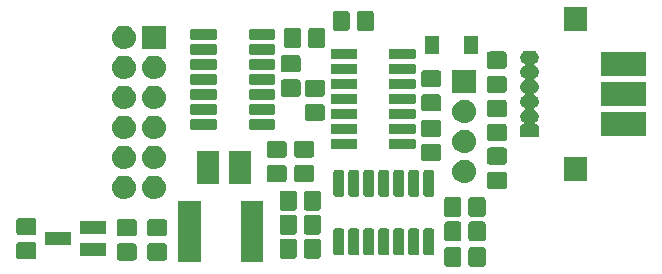
<source format=gts>
G04 #@! TF.GenerationSoftware,KiCad,Pcbnew,(5.1.4)-1*
G04 #@! TF.CreationDate,2020-02-28T01:30:03+00:00*
G04 #@! TF.ProjectId,analog,616e616c-6f67-42e6-9b69-6361645f7063,rev?*
G04 #@! TF.SameCoordinates,Original*
G04 #@! TF.FileFunction,Soldermask,Top*
G04 #@! TF.FilePolarity,Negative*
%FSLAX46Y46*%
G04 Gerber Fmt 4.6, Leading zero omitted, Abs format (unit mm)*
G04 Created by KiCad (PCBNEW (5.1.4)-1) date 2020-02-28 01:30:03*
%MOMM*%
%LPD*%
G04 APERTURE LIST*
%ADD10C,0.100000*%
G04 APERTURE END LIST*
D10*
G36*
X68243821Y-52114262D02*
G01*
X68289050Y-52127982D01*
X68330734Y-52150262D01*
X68367271Y-52180249D01*
X68397258Y-52216786D01*
X68419538Y-52258470D01*
X68433258Y-52303699D01*
X68438520Y-52357125D01*
X68438520Y-53560875D01*
X68433258Y-53614301D01*
X68419538Y-53659530D01*
X68397258Y-53701214D01*
X68367271Y-53737751D01*
X68330734Y-53767738D01*
X68289050Y-53790018D01*
X68243821Y-53803738D01*
X68190395Y-53809000D01*
X67236645Y-53809000D01*
X67183219Y-53803738D01*
X67137990Y-53790018D01*
X67096306Y-53767738D01*
X67059769Y-53737751D01*
X67029782Y-53701214D01*
X67007502Y-53659530D01*
X66993782Y-53614301D01*
X66988520Y-53560875D01*
X66988520Y-52357125D01*
X66993782Y-52303699D01*
X67007502Y-52258470D01*
X67029782Y-52216786D01*
X67059769Y-52180249D01*
X67096306Y-52150262D01*
X67137990Y-52127982D01*
X67183219Y-52114262D01*
X67236645Y-52109000D01*
X68190395Y-52109000D01*
X68243821Y-52114262D01*
X68243821Y-52114262D01*
G37*
G36*
X66193821Y-52114262D02*
G01*
X66239050Y-52127982D01*
X66280734Y-52150262D01*
X66317271Y-52180249D01*
X66347258Y-52216786D01*
X66369538Y-52258470D01*
X66383258Y-52303699D01*
X66388520Y-52357125D01*
X66388520Y-53560875D01*
X66383258Y-53614301D01*
X66369538Y-53659530D01*
X66347258Y-53701214D01*
X66317271Y-53737751D01*
X66280734Y-53767738D01*
X66239050Y-53790018D01*
X66193821Y-53803738D01*
X66140395Y-53809000D01*
X65186645Y-53809000D01*
X65133219Y-53803738D01*
X65087990Y-53790018D01*
X65046306Y-53767738D01*
X65009769Y-53737751D01*
X64979782Y-53701214D01*
X64957502Y-53659530D01*
X64943782Y-53614301D01*
X64938520Y-53560875D01*
X64938520Y-52357125D01*
X64943782Y-52303699D01*
X64957502Y-52258470D01*
X64979782Y-52216786D01*
X65009769Y-52180249D01*
X65046306Y-52150262D01*
X65087990Y-52127982D01*
X65133219Y-52114262D01*
X65186645Y-52109000D01*
X66140395Y-52109000D01*
X66193821Y-52114262D01*
X66193821Y-52114262D01*
G37*
G36*
X44313700Y-53387660D02*
G01*
X42413700Y-53387660D01*
X42413700Y-48232660D01*
X44313700Y-48232660D01*
X44313700Y-53387660D01*
X44313700Y-53387660D01*
G37*
G36*
X49622300Y-53387660D02*
G01*
X47722300Y-53387660D01*
X47722300Y-48232660D01*
X49622300Y-48232660D01*
X49622300Y-53387660D01*
X49622300Y-53387660D01*
G37*
G36*
X41288501Y-51826622D02*
G01*
X41333730Y-51840342D01*
X41375414Y-51862622D01*
X41411951Y-51892609D01*
X41441938Y-51929146D01*
X41464218Y-51970830D01*
X41477938Y-52016059D01*
X41483200Y-52069485D01*
X41483200Y-53023235D01*
X41477938Y-53076661D01*
X41464218Y-53121890D01*
X41441938Y-53163574D01*
X41411951Y-53200111D01*
X41375414Y-53230098D01*
X41333730Y-53252378D01*
X41288501Y-53266098D01*
X41235075Y-53271360D01*
X40031325Y-53271360D01*
X39977899Y-53266098D01*
X39932670Y-53252378D01*
X39890986Y-53230098D01*
X39854449Y-53200111D01*
X39824462Y-53163574D01*
X39802182Y-53121890D01*
X39788462Y-53076661D01*
X39783200Y-53023235D01*
X39783200Y-52069485D01*
X39788462Y-52016059D01*
X39802182Y-51970830D01*
X39824462Y-51929146D01*
X39854449Y-51892609D01*
X39890986Y-51862622D01*
X39932670Y-51840342D01*
X39977899Y-51826622D01*
X40031325Y-51821360D01*
X41235075Y-51821360D01*
X41288501Y-51826622D01*
X41288501Y-51826622D01*
G37*
G36*
X38697701Y-51826622D02*
G01*
X38742930Y-51840342D01*
X38784614Y-51862622D01*
X38821151Y-51892609D01*
X38851138Y-51929146D01*
X38873418Y-51970830D01*
X38887138Y-52016059D01*
X38892400Y-52069485D01*
X38892400Y-53023235D01*
X38887138Y-53076661D01*
X38873418Y-53121890D01*
X38851138Y-53163574D01*
X38821151Y-53200111D01*
X38784614Y-53230098D01*
X38742930Y-53252378D01*
X38697701Y-53266098D01*
X38644275Y-53271360D01*
X37440525Y-53271360D01*
X37387099Y-53266098D01*
X37341870Y-53252378D01*
X37300186Y-53230098D01*
X37263649Y-53200111D01*
X37233662Y-53163574D01*
X37211382Y-53121890D01*
X37197662Y-53076661D01*
X37192400Y-53023235D01*
X37192400Y-52069485D01*
X37197662Y-52016059D01*
X37211382Y-51970830D01*
X37233662Y-51929146D01*
X37263649Y-51892609D01*
X37300186Y-51862622D01*
X37341870Y-51840342D01*
X37387099Y-51826622D01*
X37440525Y-51821360D01*
X38644275Y-51821360D01*
X38697701Y-51826622D01*
X38697701Y-51826622D01*
G37*
G36*
X30214101Y-51725022D02*
G01*
X30259330Y-51738742D01*
X30301014Y-51761022D01*
X30337551Y-51791009D01*
X30367538Y-51827546D01*
X30389818Y-51869230D01*
X30403538Y-51914459D01*
X30408800Y-51967885D01*
X30408800Y-52921635D01*
X30403538Y-52975061D01*
X30389818Y-53020290D01*
X30367538Y-53061974D01*
X30337551Y-53098511D01*
X30301014Y-53128498D01*
X30259330Y-53150778D01*
X30214101Y-53164498D01*
X30160675Y-53169760D01*
X28956925Y-53169760D01*
X28903499Y-53164498D01*
X28858270Y-53150778D01*
X28816586Y-53128498D01*
X28780049Y-53098511D01*
X28750062Y-53061974D01*
X28727782Y-53020290D01*
X28714062Y-52975061D01*
X28708800Y-52921635D01*
X28708800Y-51967885D01*
X28714062Y-51914459D01*
X28727782Y-51869230D01*
X28750062Y-51827546D01*
X28780049Y-51791009D01*
X28816586Y-51761022D01*
X28858270Y-51738742D01*
X28903499Y-51725022D01*
X28956925Y-51719760D01*
X30160675Y-51719760D01*
X30214101Y-51725022D01*
X30214101Y-51725022D01*
G37*
G36*
X52254301Y-51413222D02*
G01*
X52299530Y-51426942D01*
X52341214Y-51449222D01*
X52377751Y-51479209D01*
X52407738Y-51515746D01*
X52430018Y-51557430D01*
X52443738Y-51602659D01*
X52449000Y-51656085D01*
X52449000Y-52859835D01*
X52443738Y-52913261D01*
X52430018Y-52958490D01*
X52407738Y-53000174D01*
X52377751Y-53036711D01*
X52341214Y-53066698D01*
X52299530Y-53088978D01*
X52254301Y-53102698D01*
X52200875Y-53107960D01*
X51247125Y-53107960D01*
X51193699Y-53102698D01*
X51148470Y-53088978D01*
X51106786Y-53066698D01*
X51070249Y-53036711D01*
X51040262Y-53000174D01*
X51017982Y-52958490D01*
X51004262Y-52913261D01*
X50999000Y-52859835D01*
X50999000Y-51656085D01*
X51004262Y-51602659D01*
X51017982Y-51557430D01*
X51040262Y-51515746D01*
X51070249Y-51479209D01*
X51106786Y-51449222D01*
X51148470Y-51426942D01*
X51193699Y-51413222D01*
X51247125Y-51407960D01*
X52200875Y-51407960D01*
X52254301Y-51413222D01*
X52254301Y-51413222D01*
G37*
G36*
X54304301Y-51413222D02*
G01*
X54349530Y-51426942D01*
X54391214Y-51449222D01*
X54427751Y-51479209D01*
X54457738Y-51515746D01*
X54480018Y-51557430D01*
X54493738Y-51602659D01*
X54499000Y-51656085D01*
X54499000Y-52859835D01*
X54493738Y-52913261D01*
X54480018Y-52958490D01*
X54457738Y-53000174D01*
X54427751Y-53036711D01*
X54391214Y-53066698D01*
X54349530Y-53088978D01*
X54304301Y-53102698D01*
X54250875Y-53107960D01*
X53297125Y-53107960D01*
X53243699Y-53102698D01*
X53198470Y-53088978D01*
X53156786Y-53066698D01*
X53120249Y-53036711D01*
X53090262Y-53000174D01*
X53067982Y-52958490D01*
X53054262Y-52913261D01*
X53049000Y-52859835D01*
X53049000Y-51656085D01*
X53054262Y-51602659D01*
X53067982Y-51557430D01*
X53090262Y-51515746D01*
X53120249Y-51479209D01*
X53156786Y-51449222D01*
X53198470Y-51426942D01*
X53243699Y-51413222D01*
X53297125Y-51407960D01*
X54250875Y-51407960D01*
X54304301Y-51413222D01*
X54304301Y-51413222D01*
G37*
G36*
X36324400Y-52919760D02*
G01*
X34124400Y-52919760D01*
X34124400Y-51819760D01*
X36324400Y-51819760D01*
X36324400Y-52919760D01*
X36324400Y-52919760D01*
G37*
G36*
X56321292Y-50563651D02*
G01*
X56351187Y-50572720D01*
X56378742Y-50587448D01*
X56402892Y-50607268D01*
X56422712Y-50631418D01*
X56437440Y-50658973D01*
X56446509Y-50688868D01*
X56450200Y-50726346D01*
X56450200Y-52643574D01*
X56446509Y-52681052D01*
X56437440Y-52710947D01*
X56422712Y-52738502D01*
X56402892Y-52762652D01*
X56378742Y-52782472D01*
X56351187Y-52797200D01*
X56321292Y-52806269D01*
X56283814Y-52809960D01*
X55716586Y-52809960D01*
X55679108Y-52806269D01*
X55649213Y-52797200D01*
X55621658Y-52782472D01*
X55597508Y-52762652D01*
X55577688Y-52738502D01*
X55562960Y-52710947D01*
X55553891Y-52681052D01*
X55550200Y-52643574D01*
X55550200Y-50726346D01*
X55553891Y-50688868D01*
X55562960Y-50658973D01*
X55577688Y-50631418D01*
X55597508Y-50607268D01*
X55621658Y-50587448D01*
X55649213Y-50572720D01*
X55679108Y-50563651D01*
X55716586Y-50559960D01*
X56283814Y-50559960D01*
X56321292Y-50563651D01*
X56321292Y-50563651D01*
G37*
G36*
X58861292Y-50563651D02*
G01*
X58891187Y-50572720D01*
X58918742Y-50587448D01*
X58942892Y-50607268D01*
X58962712Y-50631418D01*
X58977440Y-50658973D01*
X58986509Y-50688868D01*
X58990200Y-50726346D01*
X58990200Y-52643574D01*
X58986509Y-52681052D01*
X58977440Y-52710947D01*
X58962712Y-52738502D01*
X58942892Y-52762652D01*
X58918742Y-52782472D01*
X58891187Y-52797200D01*
X58861292Y-52806269D01*
X58823814Y-52809960D01*
X58256586Y-52809960D01*
X58219108Y-52806269D01*
X58189213Y-52797200D01*
X58161658Y-52782472D01*
X58137508Y-52762652D01*
X58117688Y-52738502D01*
X58102960Y-52710947D01*
X58093891Y-52681052D01*
X58090200Y-52643574D01*
X58090200Y-50726346D01*
X58093891Y-50688868D01*
X58102960Y-50658973D01*
X58117688Y-50631418D01*
X58137508Y-50607268D01*
X58161658Y-50587448D01*
X58189213Y-50572720D01*
X58219108Y-50563651D01*
X58256586Y-50559960D01*
X58823814Y-50559960D01*
X58861292Y-50563651D01*
X58861292Y-50563651D01*
G37*
G36*
X60131292Y-50563651D02*
G01*
X60161187Y-50572720D01*
X60188742Y-50587448D01*
X60212892Y-50607268D01*
X60232712Y-50631418D01*
X60247440Y-50658973D01*
X60256509Y-50688868D01*
X60260200Y-50726346D01*
X60260200Y-52643574D01*
X60256509Y-52681052D01*
X60247440Y-52710947D01*
X60232712Y-52738502D01*
X60212892Y-52762652D01*
X60188742Y-52782472D01*
X60161187Y-52797200D01*
X60131292Y-52806269D01*
X60093814Y-52809960D01*
X59526586Y-52809960D01*
X59489108Y-52806269D01*
X59459213Y-52797200D01*
X59431658Y-52782472D01*
X59407508Y-52762652D01*
X59387688Y-52738502D01*
X59372960Y-52710947D01*
X59363891Y-52681052D01*
X59360200Y-52643574D01*
X59360200Y-50726346D01*
X59363891Y-50688868D01*
X59372960Y-50658973D01*
X59387688Y-50631418D01*
X59407508Y-50607268D01*
X59431658Y-50587448D01*
X59459213Y-50572720D01*
X59489108Y-50563651D01*
X59526586Y-50559960D01*
X60093814Y-50559960D01*
X60131292Y-50563651D01*
X60131292Y-50563651D01*
G37*
G36*
X61401292Y-50563651D02*
G01*
X61431187Y-50572720D01*
X61458742Y-50587448D01*
X61482892Y-50607268D01*
X61502712Y-50631418D01*
X61517440Y-50658973D01*
X61526509Y-50688868D01*
X61530200Y-50726346D01*
X61530200Y-52643574D01*
X61526509Y-52681052D01*
X61517440Y-52710947D01*
X61502712Y-52738502D01*
X61482892Y-52762652D01*
X61458742Y-52782472D01*
X61431187Y-52797200D01*
X61401292Y-52806269D01*
X61363814Y-52809960D01*
X60796586Y-52809960D01*
X60759108Y-52806269D01*
X60729213Y-52797200D01*
X60701658Y-52782472D01*
X60677508Y-52762652D01*
X60657688Y-52738502D01*
X60642960Y-52710947D01*
X60633891Y-52681052D01*
X60630200Y-52643574D01*
X60630200Y-50726346D01*
X60633891Y-50688868D01*
X60642960Y-50658973D01*
X60657688Y-50631418D01*
X60677508Y-50607268D01*
X60701658Y-50587448D01*
X60729213Y-50572720D01*
X60759108Y-50563651D01*
X60796586Y-50559960D01*
X61363814Y-50559960D01*
X61401292Y-50563651D01*
X61401292Y-50563651D01*
G37*
G36*
X62671292Y-50563651D02*
G01*
X62701187Y-50572720D01*
X62728742Y-50587448D01*
X62752892Y-50607268D01*
X62772712Y-50631418D01*
X62787440Y-50658973D01*
X62796509Y-50688868D01*
X62800200Y-50726346D01*
X62800200Y-52643574D01*
X62796509Y-52681052D01*
X62787440Y-52710947D01*
X62772712Y-52738502D01*
X62752892Y-52762652D01*
X62728742Y-52782472D01*
X62701187Y-52797200D01*
X62671292Y-52806269D01*
X62633814Y-52809960D01*
X62066586Y-52809960D01*
X62029108Y-52806269D01*
X61999213Y-52797200D01*
X61971658Y-52782472D01*
X61947508Y-52762652D01*
X61927688Y-52738502D01*
X61912960Y-52710947D01*
X61903891Y-52681052D01*
X61900200Y-52643574D01*
X61900200Y-50726346D01*
X61903891Y-50688868D01*
X61912960Y-50658973D01*
X61927688Y-50631418D01*
X61947508Y-50607268D01*
X61971658Y-50587448D01*
X61999213Y-50572720D01*
X62029108Y-50563651D01*
X62066586Y-50559960D01*
X62633814Y-50559960D01*
X62671292Y-50563651D01*
X62671292Y-50563651D01*
G37*
G36*
X63941292Y-50563651D02*
G01*
X63971187Y-50572720D01*
X63998742Y-50587448D01*
X64022892Y-50607268D01*
X64042712Y-50631418D01*
X64057440Y-50658973D01*
X64066509Y-50688868D01*
X64070200Y-50726346D01*
X64070200Y-52643574D01*
X64066509Y-52681052D01*
X64057440Y-52710947D01*
X64042712Y-52738502D01*
X64022892Y-52762652D01*
X63998742Y-52782472D01*
X63971187Y-52797200D01*
X63941292Y-52806269D01*
X63903814Y-52809960D01*
X63336586Y-52809960D01*
X63299108Y-52806269D01*
X63269213Y-52797200D01*
X63241658Y-52782472D01*
X63217508Y-52762652D01*
X63197688Y-52738502D01*
X63182960Y-52710947D01*
X63173891Y-52681052D01*
X63170200Y-52643574D01*
X63170200Y-50726346D01*
X63173891Y-50688868D01*
X63182960Y-50658973D01*
X63197688Y-50631418D01*
X63217508Y-50607268D01*
X63241658Y-50587448D01*
X63269213Y-50572720D01*
X63299108Y-50563651D01*
X63336586Y-50559960D01*
X63903814Y-50559960D01*
X63941292Y-50563651D01*
X63941292Y-50563651D01*
G37*
G36*
X57591292Y-50563651D02*
G01*
X57621187Y-50572720D01*
X57648742Y-50587448D01*
X57672892Y-50607268D01*
X57692712Y-50631418D01*
X57707440Y-50658973D01*
X57716509Y-50688868D01*
X57720200Y-50726346D01*
X57720200Y-52643574D01*
X57716509Y-52681052D01*
X57707440Y-52710947D01*
X57692712Y-52738502D01*
X57672892Y-52762652D01*
X57648742Y-52782472D01*
X57621187Y-52797200D01*
X57591292Y-52806269D01*
X57553814Y-52809960D01*
X56986586Y-52809960D01*
X56949108Y-52806269D01*
X56919213Y-52797200D01*
X56891658Y-52782472D01*
X56867508Y-52762652D01*
X56847688Y-52738502D01*
X56832960Y-52710947D01*
X56823891Y-52681052D01*
X56820200Y-52643574D01*
X56820200Y-50726346D01*
X56823891Y-50688868D01*
X56832960Y-50658973D01*
X56847688Y-50631418D01*
X56867508Y-50607268D01*
X56891658Y-50587448D01*
X56919213Y-50572720D01*
X56949108Y-50563651D01*
X56986586Y-50559960D01*
X57553814Y-50559960D01*
X57591292Y-50563651D01*
X57591292Y-50563651D01*
G37*
G36*
X33324400Y-51969760D02*
G01*
X31124400Y-51969760D01*
X31124400Y-50869760D01*
X33324400Y-50869760D01*
X33324400Y-51969760D01*
X33324400Y-51969760D01*
G37*
G36*
X66193821Y-49965422D02*
G01*
X66239050Y-49979142D01*
X66280734Y-50001422D01*
X66317271Y-50031409D01*
X66347258Y-50067946D01*
X66369538Y-50109630D01*
X66383258Y-50154859D01*
X66388520Y-50208285D01*
X66388520Y-51412035D01*
X66383258Y-51465461D01*
X66369538Y-51510690D01*
X66347258Y-51552374D01*
X66317271Y-51588911D01*
X66280734Y-51618898D01*
X66239050Y-51641178D01*
X66193821Y-51654898D01*
X66140395Y-51660160D01*
X65186645Y-51660160D01*
X65133219Y-51654898D01*
X65087990Y-51641178D01*
X65046306Y-51618898D01*
X65009769Y-51588911D01*
X64979782Y-51552374D01*
X64957502Y-51510690D01*
X64943782Y-51465461D01*
X64938520Y-51412035D01*
X64938520Y-50208285D01*
X64943782Y-50154859D01*
X64957502Y-50109630D01*
X64979782Y-50067946D01*
X65009769Y-50031409D01*
X65046306Y-50001422D01*
X65087990Y-49979142D01*
X65133219Y-49965422D01*
X65186645Y-49960160D01*
X66140395Y-49960160D01*
X66193821Y-49965422D01*
X66193821Y-49965422D01*
G37*
G36*
X68243821Y-49965422D02*
G01*
X68289050Y-49979142D01*
X68330734Y-50001422D01*
X68367271Y-50031409D01*
X68397258Y-50067946D01*
X68419538Y-50109630D01*
X68433258Y-50154859D01*
X68438520Y-50208285D01*
X68438520Y-51412035D01*
X68433258Y-51465461D01*
X68419538Y-51510690D01*
X68397258Y-51552374D01*
X68367271Y-51588911D01*
X68330734Y-51618898D01*
X68289050Y-51641178D01*
X68243821Y-51654898D01*
X68190395Y-51660160D01*
X67236645Y-51660160D01*
X67183219Y-51654898D01*
X67137990Y-51641178D01*
X67096306Y-51618898D01*
X67059769Y-51588911D01*
X67029782Y-51552374D01*
X67007502Y-51510690D01*
X66993782Y-51465461D01*
X66988520Y-51412035D01*
X66988520Y-50208285D01*
X66993782Y-50154859D01*
X67007502Y-50109630D01*
X67029782Y-50067946D01*
X67059769Y-50031409D01*
X67096306Y-50001422D01*
X67137990Y-49979142D01*
X67183219Y-49965422D01*
X67236645Y-49960160D01*
X68190395Y-49960160D01*
X68243821Y-49965422D01*
X68243821Y-49965422D01*
G37*
G36*
X41288501Y-49776622D02*
G01*
X41333730Y-49790342D01*
X41375414Y-49812622D01*
X41411951Y-49842609D01*
X41441938Y-49879146D01*
X41464218Y-49920830D01*
X41477938Y-49966059D01*
X41483200Y-50019485D01*
X41483200Y-50973235D01*
X41477938Y-51026661D01*
X41464218Y-51071890D01*
X41441938Y-51113574D01*
X41411951Y-51150111D01*
X41375414Y-51180098D01*
X41333730Y-51202378D01*
X41288501Y-51216098D01*
X41235075Y-51221360D01*
X40031325Y-51221360D01*
X39977899Y-51216098D01*
X39932670Y-51202378D01*
X39890986Y-51180098D01*
X39854449Y-51150111D01*
X39824462Y-51113574D01*
X39802182Y-51071890D01*
X39788462Y-51026661D01*
X39783200Y-50973235D01*
X39783200Y-50019485D01*
X39788462Y-49966059D01*
X39802182Y-49920830D01*
X39824462Y-49879146D01*
X39854449Y-49842609D01*
X39890986Y-49812622D01*
X39932670Y-49790342D01*
X39977899Y-49776622D01*
X40031325Y-49771360D01*
X41235075Y-49771360D01*
X41288501Y-49776622D01*
X41288501Y-49776622D01*
G37*
G36*
X38697701Y-49776622D02*
G01*
X38742930Y-49790342D01*
X38784614Y-49812622D01*
X38821151Y-49842609D01*
X38851138Y-49879146D01*
X38873418Y-49920830D01*
X38887138Y-49966059D01*
X38892400Y-50019485D01*
X38892400Y-50973235D01*
X38887138Y-51026661D01*
X38873418Y-51071890D01*
X38851138Y-51113574D01*
X38821151Y-51150111D01*
X38784614Y-51180098D01*
X38742930Y-51202378D01*
X38697701Y-51216098D01*
X38644275Y-51221360D01*
X37440525Y-51221360D01*
X37387099Y-51216098D01*
X37341870Y-51202378D01*
X37300186Y-51180098D01*
X37263649Y-51150111D01*
X37233662Y-51113574D01*
X37211382Y-51071890D01*
X37197662Y-51026661D01*
X37192400Y-50973235D01*
X37192400Y-50019485D01*
X37197662Y-49966059D01*
X37211382Y-49920830D01*
X37233662Y-49879146D01*
X37263649Y-49842609D01*
X37300186Y-49812622D01*
X37341870Y-49790342D01*
X37387099Y-49776622D01*
X37440525Y-49771360D01*
X38644275Y-49771360D01*
X38697701Y-49776622D01*
X38697701Y-49776622D01*
G37*
G36*
X30214101Y-49675022D02*
G01*
X30259330Y-49688742D01*
X30301014Y-49711022D01*
X30337551Y-49741009D01*
X30367538Y-49777546D01*
X30389818Y-49819230D01*
X30403538Y-49864459D01*
X30408800Y-49917885D01*
X30408800Y-50871635D01*
X30403538Y-50925061D01*
X30389818Y-50970290D01*
X30367538Y-51011974D01*
X30337551Y-51048511D01*
X30301014Y-51078498D01*
X30259330Y-51100778D01*
X30214101Y-51114498D01*
X30160675Y-51119760D01*
X28956925Y-51119760D01*
X28903499Y-51114498D01*
X28858270Y-51100778D01*
X28816586Y-51078498D01*
X28780049Y-51048511D01*
X28750062Y-51011974D01*
X28727782Y-50970290D01*
X28714062Y-50925061D01*
X28708800Y-50871635D01*
X28708800Y-49917885D01*
X28714062Y-49864459D01*
X28727782Y-49819230D01*
X28750062Y-49777546D01*
X28780049Y-49741009D01*
X28816586Y-49711022D01*
X28858270Y-49688742D01*
X28903499Y-49675022D01*
X28956925Y-49669760D01*
X30160675Y-49669760D01*
X30214101Y-49675022D01*
X30214101Y-49675022D01*
G37*
G36*
X52254301Y-49381222D02*
G01*
X52299530Y-49394942D01*
X52341214Y-49417222D01*
X52377751Y-49447209D01*
X52407738Y-49483746D01*
X52430018Y-49525430D01*
X52443738Y-49570659D01*
X52449000Y-49624085D01*
X52449000Y-50827835D01*
X52443738Y-50881261D01*
X52430018Y-50926490D01*
X52407738Y-50968174D01*
X52377751Y-51004711D01*
X52341214Y-51034698D01*
X52299530Y-51056978D01*
X52254301Y-51070698D01*
X52200875Y-51075960D01*
X51247125Y-51075960D01*
X51193699Y-51070698D01*
X51148470Y-51056978D01*
X51106786Y-51034698D01*
X51070249Y-51004711D01*
X51040262Y-50968174D01*
X51017982Y-50926490D01*
X51004262Y-50881261D01*
X50999000Y-50827835D01*
X50999000Y-49624085D01*
X51004262Y-49570659D01*
X51017982Y-49525430D01*
X51040262Y-49483746D01*
X51070249Y-49447209D01*
X51106786Y-49417222D01*
X51148470Y-49394942D01*
X51193699Y-49381222D01*
X51247125Y-49375960D01*
X52200875Y-49375960D01*
X52254301Y-49381222D01*
X52254301Y-49381222D01*
G37*
G36*
X54304301Y-49381222D02*
G01*
X54349530Y-49394942D01*
X54391214Y-49417222D01*
X54427751Y-49447209D01*
X54457738Y-49483746D01*
X54480018Y-49525430D01*
X54493738Y-49570659D01*
X54499000Y-49624085D01*
X54499000Y-50827835D01*
X54493738Y-50881261D01*
X54480018Y-50926490D01*
X54457738Y-50968174D01*
X54427751Y-51004711D01*
X54391214Y-51034698D01*
X54349530Y-51056978D01*
X54304301Y-51070698D01*
X54250875Y-51075960D01*
X53297125Y-51075960D01*
X53243699Y-51070698D01*
X53198470Y-51056978D01*
X53156786Y-51034698D01*
X53120249Y-51004711D01*
X53090262Y-50968174D01*
X53067982Y-50926490D01*
X53054262Y-50881261D01*
X53049000Y-50827835D01*
X53049000Y-49624085D01*
X53054262Y-49570659D01*
X53067982Y-49525430D01*
X53090262Y-49483746D01*
X53120249Y-49447209D01*
X53156786Y-49417222D01*
X53198470Y-49394942D01*
X53243699Y-49381222D01*
X53297125Y-49375960D01*
X54250875Y-49375960D01*
X54304301Y-49381222D01*
X54304301Y-49381222D01*
G37*
G36*
X36324400Y-51019760D02*
G01*
X34124400Y-51019760D01*
X34124400Y-49919760D01*
X36324400Y-49919760D01*
X36324400Y-51019760D01*
X36324400Y-51019760D01*
G37*
G36*
X68233661Y-47880082D02*
G01*
X68278890Y-47893802D01*
X68320574Y-47916082D01*
X68357111Y-47946069D01*
X68387098Y-47982606D01*
X68409378Y-48024290D01*
X68423098Y-48069519D01*
X68428360Y-48122945D01*
X68428360Y-49326695D01*
X68423098Y-49380121D01*
X68409378Y-49425350D01*
X68387098Y-49467034D01*
X68357111Y-49503571D01*
X68320574Y-49533558D01*
X68278890Y-49555838D01*
X68233661Y-49569558D01*
X68180235Y-49574820D01*
X67226485Y-49574820D01*
X67173059Y-49569558D01*
X67127830Y-49555838D01*
X67086146Y-49533558D01*
X67049609Y-49503571D01*
X67019622Y-49467034D01*
X66997342Y-49425350D01*
X66983622Y-49380121D01*
X66978360Y-49326695D01*
X66978360Y-48122945D01*
X66983622Y-48069519D01*
X66997342Y-48024290D01*
X67019622Y-47982606D01*
X67049609Y-47946069D01*
X67086146Y-47916082D01*
X67127830Y-47893802D01*
X67173059Y-47880082D01*
X67226485Y-47874820D01*
X68180235Y-47874820D01*
X68233661Y-47880082D01*
X68233661Y-47880082D01*
G37*
G36*
X66183661Y-47880082D02*
G01*
X66228890Y-47893802D01*
X66270574Y-47916082D01*
X66307111Y-47946069D01*
X66337098Y-47982606D01*
X66359378Y-48024290D01*
X66373098Y-48069519D01*
X66378360Y-48122945D01*
X66378360Y-49326695D01*
X66373098Y-49380121D01*
X66359378Y-49425350D01*
X66337098Y-49467034D01*
X66307111Y-49503571D01*
X66270574Y-49533558D01*
X66228890Y-49555838D01*
X66183661Y-49569558D01*
X66130235Y-49574820D01*
X65176485Y-49574820D01*
X65123059Y-49569558D01*
X65077830Y-49555838D01*
X65036146Y-49533558D01*
X64999609Y-49503571D01*
X64969622Y-49467034D01*
X64947342Y-49425350D01*
X64933622Y-49380121D01*
X64928360Y-49326695D01*
X64928360Y-48122945D01*
X64933622Y-48069519D01*
X64947342Y-48024290D01*
X64969622Y-47982606D01*
X64999609Y-47946069D01*
X65036146Y-47916082D01*
X65077830Y-47893802D01*
X65123059Y-47880082D01*
X65176485Y-47874820D01*
X66130235Y-47874820D01*
X66183661Y-47880082D01*
X66183661Y-47880082D01*
G37*
G36*
X54304301Y-47349222D02*
G01*
X54349530Y-47362942D01*
X54391214Y-47385222D01*
X54427751Y-47415209D01*
X54457738Y-47451746D01*
X54480018Y-47493430D01*
X54493738Y-47538659D01*
X54499000Y-47592085D01*
X54499000Y-48795835D01*
X54493738Y-48849261D01*
X54480018Y-48894490D01*
X54457738Y-48936174D01*
X54427751Y-48972711D01*
X54391214Y-49002698D01*
X54349530Y-49024978D01*
X54304301Y-49038698D01*
X54250875Y-49043960D01*
X53297125Y-49043960D01*
X53243699Y-49038698D01*
X53198470Y-49024978D01*
X53156786Y-49002698D01*
X53120249Y-48972711D01*
X53090262Y-48936174D01*
X53067982Y-48894490D01*
X53054262Y-48849261D01*
X53049000Y-48795835D01*
X53049000Y-47592085D01*
X53054262Y-47538659D01*
X53067982Y-47493430D01*
X53090262Y-47451746D01*
X53120249Y-47415209D01*
X53156786Y-47385222D01*
X53198470Y-47362942D01*
X53243699Y-47349222D01*
X53297125Y-47343960D01*
X54250875Y-47343960D01*
X54304301Y-47349222D01*
X54304301Y-47349222D01*
G37*
G36*
X52254301Y-47349222D02*
G01*
X52299530Y-47362942D01*
X52341214Y-47385222D01*
X52377751Y-47415209D01*
X52407738Y-47451746D01*
X52430018Y-47493430D01*
X52443738Y-47538659D01*
X52449000Y-47592085D01*
X52449000Y-48795835D01*
X52443738Y-48849261D01*
X52430018Y-48894490D01*
X52407738Y-48936174D01*
X52377751Y-48972711D01*
X52341214Y-49002698D01*
X52299530Y-49024978D01*
X52254301Y-49038698D01*
X52200875Y-49043960D01*
X51247125Y-49043960D01*
X51193699Y-49038698D01*
X51148470Y-49024978D01*
X51106786Y-49002698D01*
X51070249Y-48972711D01*
X51040262Y-48936174D01*
X51017982Y-48894490D01*
X51004262Y-48849261D01*
X50999000Y-48795835D01*
X50999000Y-47592085D01*
X51004262Y-47538659D01*
X51017982Y-47493430D01*
X51040262Y-47451746D01*
X51070249Y-47415209D01*
X51106786Y-47385222D01*
X51148470Y-47362942D01*
X51193699Y-47349222D01*
X51247125Y-47343960D01*
X52200875Y-47343960D01*
X52254301Y-47349222D01*
X52254301Y-47349222D01*
G37*
G36*
X38009836Y-46090830D02*
G01*
X38198332Y-46148009D01*
X38372058Y-46240868D01*
X38524328Y-46365832D01*
X38649292Y-46518102D01*
X38742151Y-46691828D01*
X38799330Y-46880324D01*
X38818638Y-47076360D01*
X38799330Y-47272396D01*
X38742151Y-47460892D01*
X38649292Y-47634618D01*
X38524328Y-47786888D01*
X38372058Y-47911852D01*
X38198332Y-48004711D01*
X38009836Y-48061890D01*
X37862920Y-48076360D01*
X37764680Y-48076360D01*
X37617764Y-48061890D01*
X37429268Y-48004711D01*
X37255542Y-47911852D01*
X37103272Y-47786888D01*
X36978308Y-47634618D01*
X36885449Y-47460892D01*
X36828270Y-47272396D01*
X36808962Y-47076360D01*
X36828270Y-46880324D01*
X36885449Y-46691828D01*
X36978308Y-46518102D01*
X37103272Y-46365832D01*
X37255542Y-46240868D01*
X37429268Y-46148009D01*
X37617764Y-46090830D01*
X37764680Y-46076360D01*
X37862920Y-46076360D01*
X38009836Y-46090830D01*
X38009836Y-46090830D01*
G37*
G36*
X40549836Y-46090830D02*
G01*
X40738332Y-46148009D01*
X40912058Y-46240868D01*
X41064328Y-46365832D01*
X41189292Y-46518102D01*
X41282151Y-46691828D01*
X41339330Y-46880324D01*
X41358638Y-47076360D01*
X41339330Y-47272396D01*
X41282151Y-47460892D01*
X41189292Y-47634618D01*
X41064328Y-47786888D01*
X40912058Y-47911852D01*
X40738332Y-48004711D01*
X40549836Y-48061890D01*
X40402920Y-48076360D01*
X40304680Y-48076360D01*
X40157764Y-48061890D01*
X39969268Y-48004711D01*
X39795542Y-47911852D01*
X39643272Y-47786888D01*
X39518308Y-47634618D01*
X39425449Y-47460892D01*
X39368270Y-47272396D01*
X39348962Y-47076360D01*
X39368270Y-46880324D01*
X39425449Y-46691828D01*
X39518308Y-46518102D01*
X39643272Y-46365832D01*
X39795542Y-46240868D01*
X39969268Y-46148009D01*
X40157764Y-46090830D01*
X40304680Y-46076360D01*
X40402920Y-46076360D01*
X40549836Y-46090830D01*
X40549836Y-46090830D01*
G37*
G36*
X63941292Y-45613651D02*
G01*
X63971187Y-45622720D01*
X63998742Y-45637448D01*
X64022892Y-45657268D01*
X64042712Y-45681418D01*
X64057440Y-45708973D01*
X64066509Y-45738868D01*
X64070200Y-45776346D01*
X64070200Y-47693574D01*
X64066509Y-47731052D01*
X64057440Y-47760947D01*
X64042712Y-47788502D01*
X64022892Y-47812652D01*
X63998742Y-47832472D01*
X63971187Y-47847200D01*
X63941292Y-47856269D01*
X63903814Y-47859960D01*
X63336586Y-47859960D01*
X63299108Y-47856269D01*
X63269213Y-47847200D01*
X63241658Y-47832472D01*
X63217508Y-47812652D01*
X63197688Y-47788502D01*
X63182960Y-47760947D01*
X63173891Y-47731052D01*
X63170200Y-47693574D01*
X63170200Y-45776346D01*
X63173891Y-45738868D01*
X63182960Y-45708973D01*
X63197688Y-45681418D01*
X63217508Y-45657268D01*
X63241658Y-45637448D01*
X63269213Y-45622720D01*
X63299108Y-45613651D01*
X63336586Y-45609960D01*
X63903814Y-45609960D01*
X63941292Y-45613651D01*
X63941292Y-45613651D01*
G37*
G36*
X58861292Y-45613651D02*
G01*
X58891187Y-45622720D01*
X58918742Y-45637448D01*
X58942892Y-45657268D01*
X58962712Y-45681418D01*
X58977440Y-45708973D01*
X58986509Y-45738868D01*
X58990200Y-45776346D01*
X58990200Y-47693574D01*
X58986509Y-47731052D01*
X58977440Y-47760947D01*
X58962712Y-47788502D01*
X58942892Y-47812652D01*
X58918742Y-47832472D01*
X58891187Y-47847200D01*
X58861292Y-47856269D01*
X58823814Y-47859960D01*
X58256586Y-47859960D01*
X58219108Y-47856269D01*
X58189213Y-47847200D01*
X58161658Y-47832472D01*
X58137508Y-47812652D01*
X58117688Y-47788502D01*
X58102960Y-47760947D01*
X58093891Y-47731052D01*
X58090200Y-47693574D01*
X58090200Y-45776346D01*
X58093891Y-45738868D01*
X58102960Y-45708973D01*
X58117688Y-45681418D01*
X58137508Y-45657268D01*
X58161658Y-45637448D01*
X58189213Y-45622720D01*
X58219108Y-45613651D01*
X58256586Y-45609960D01*
X58823814Y-45609960D01*
X58861292Y-45613651D01*
X58861292Y-45613651D01*
G37*
G36*
X62671292Y-45613651D02*
G01*
X62701187Y-45622720D01*
X62728742Y-45637448D01*
X62752892Y-45657268D01*
X62772712Y-45681418D01*
X62787440Y-45708973D01*
X62796509Y-45738868D01*
X62800200Y-45776346D01*
X62800200Y-47693574D01*
X62796509Y-47731052D01*
X62787440Y-47760947D01*
X62772712Y-47788502D01*
X62752892Y-47812652D01*
X62728742Y-47832472D01*
X62701187Y-47847200D01*
X62671292Y-47856269D01*
X62633814Y-47859960D01*
X62066586Y-47859960D01*
X62029108Y-47856269D01*
X61999213Y-47847200D01*
X61971658Y-47832472D01*
X61947508Y-47812652D01*
X61927688Y-47788502D01*
X61912960Y-47760947D01*
X61903891Y-47731052D01*
X61900200Y-47693574D01*
X61900200Y-45776346D01*
X61903891Y-45738868D01*
X61912960Y-45708973D01*
X61927688Y-45681418D01*
X61947508Y-45657268D01*
X61971658Y-45637448D01*
X61999213Y-45622720D01*
X62029108Y-45613651D01*
X62066586Y-45609960D01*
X62633814Y-45609960D01*
X62671292Y-45613651D01*
X62671292Y-45613651D01*
G37*
G36*
X61401292Y-45613651D02*
G01*
X61431187Y-45622720D01*
X61458742Y-45637448D01*
X61482892Y-45657268D01*
X61502712Y-45681418D01*
X61517440Y-45708973D01*
X61526509Y-45738868D01*
X61530200Y-45776346D01*
X61530200Y-47693574D01*
X61526509Y-47731052D01*
X61517440Y-47760947D01*
X61502712Y-47788502D01*
X61482892Y-47812652D01*
X61458742Y-47832472D01*
X61431187Y-47847200D01*
X61401292Y-47856269D01*
X61363814Y-47859960D01*
X60796586Y-47859960D01*
X60759108Y-47856269D01*
X60729213Y-47847200D01*
X60701658Y-47832472D01*
X60677508Y-47812652D01*
X60657688Y-47788502D01*
X60642960Y-47760947D01*
X60633891Y-47731052D01*
X60630200Y-47693574D01*
X60630200Y-45776346D01*
X60633891Y-45738868D01*
X60642960Y-45708973D01*
X60657688Y-45681418D01*
X60677508Y-45657268D01*
X60701658Y-45637448D01*
X60729213Y-45622720D01*
X60759108Y-45613651D01*
X60796586Y-45609960D01*
X61363814Y-45609960D01*
X61401292Y-45613651D01*
X61401292Y-45613651D01*
G37*
G36*
X60131292Y-45613651D02*
G01*
X60161187Y-45622720D01*
X60188742Y-45637448D01*
X60212892Y-45657268D01*
X60232712Y-45681418D01*
X60247440Y-45708973D01*
X60256509Y-45738868D01*
X60260200Y-45776346D01*
X60260200Y-47693574D01*
X60256509Y-47731052D01*
X60247440Y-47760947D01*
X60232712Y-47788502D01*
X60212892Y-47812652D01*
X60188742Y-47832472D01*
X60161187Y-47847200D01*
X60131292Y-47856269D01*
X60093814Y-47859960D01*
X59526586Y-47859960D01*
X59489108Y-47856269D01*
X59459213Y-47847200D01*
X59431658Y-47832472D01*
X59407508Y-47812652D01*
X59387688Y-47788502D01*
X59372960Y-47760947D01*
X59363891Y-47731052D01*
X59360200Y-47693574D01*
X59360200Y-45776346D01*
X59363891Y-45738868D01*
X59372960Y-45708973D01*
X59387688Y-45681418D01*
X59407508Y-45657268D01*
X59431658Y-45637448D01*
X59459213Y-45622720D01*
X59489108Y-45613651D01*
X59526586Y-45609960D01*
X60093814Y-45609960D01*
X60131292Y-45613651D01*
X60131292Y-45613651D01*
G37*
G36*
X57591292Y-45613651D02*
G01*
X57621187Y-45622720D01*
X57648742Y-45637448D01*
X57672892Y-45657268D01*
X57692712Y-45681418D01*
X57707440Y-45708973D01*
X57716509Y-45738868D01*
X57720200Y-45776346D01*
X57720200Y-47693574D01*
X57716509Y-47731052D01*
X57707440Y-47760947D01*
X57692712Y-47788502D01*
X57672892Y-47812652D01*
X57648742Y-47832472D01*
X57621187Y-47847200D01*
X57591292Y-47856269D01*
X57553814Y-47859960D01*
X56986586Y-47859960D01*
X56949108Y-47856269D01*
X56919213Y-47847200D01*
X56891658Y-47832472D01*
X56867508Y-47812652D01*
X56847688Y-47788502D01*
X56832960Y-47760947D01*
X56823891Y-47731052D01*
X56820200Y-47693574D01*
X56820200Y-45776346D01*
X56823891Y-45738868D01*
X56832960Y-45708973D01*
X56847688Y-45681418D01*
X56867508Y-45657268D01*
X56891658Y-45637448D01*
X56919213Y-45622720D01*
X56949108Y-45613651D01*
X56986586Y-45609960D01*
X57553814Y-45609960D01*
X57591292Y-45613651D01*
X57591292Y-45613651D01*
G37*
G36*
X56321292Y-45613651D02*
G01*
X56351187Y-45622720D01*
X56378742Y-45637448D01*
X56402892Y-45657268D01*
X56422712Y-45681418D01*
X56437440Y-45708973D01*
X56446509Y-45738868D01*
X56450200Y-45776346D01*
X56450200Y-47693574D01*
X56446509Y-47731052D01*
X56437440Y-47760947D01*
X56422712Y-47788502D01*
X56402892Y-47812652D01*
X56378742Y-47832472D01*
X56351187Y-47847200D01*
X56321292Y-47856269D01*
X56283814Y-47859960D01*
X55716586Y-47859960D01*
X55679108Y-47856269D01*
X55649213Y-47847200D01*
X55621658Y-47832472D01*
X55597508Y-47812652D01*
X55577688Y-47788502D01*
X55562960Y-47760947D01*
X55553891Y-47731052D01*
X55550200Y-47693574D01*
X55550200Y-45776346D01*
X55553891Y-45738868D01*
X55562960Y-45708973D01*
X55577688Y-45681418D01*
X55597508Y-45657268D01*
X55621658Y-45637448D01*
X55649213Y-45622720D01*
X55679108Y-45613651D01*
X55716586Y-45609960D01*
X56283814Y-45609960D01*
X56321292Y-45613651D01*
X56321292Y-45613651D01*
G37*
G36*
X70041301Y-45756022D02*
G01*
X70086530Y-45769742D01*
X70128214Y-45792022D01*
X70164751Y-45822009D01*
X70194738Y-45858546D01*
X70217018Y-45900230D01*
X70230738Y-45945459D01*
X70236000Y-45998885D01*
X70236000Y-46952635D01*
X70230738Y-47006061D01*
X70217018Y-47051290D01*
X70194738Y-47092974D01*
X70164751Y-47129511D01*
X70128214Y-47159498D01*
X70086530Y-47181778D01*
X70041301Y-47195498D01*
X69987875Y-47200760D01*
X68784125Y-47200760D01*
X68730699Y-47195498D01*
X68685470Y-47181778D01*
X68643786Y-47159498D01*
X68607249Y-47129511D01*
X68577262Y-47092974D01*
X68554982Y-47051290D01*
X68541262Y-47006061D01*
X68536000Y-46952635D01*
X68536000Y-45998885D01*
X68541262Y-45945459D01*
X68554982Y-45900230D01*
X68577262Y-45858546D01*
X68607249Y-45822009D01*
X68643786Y-45792022D01*
X68685470Y-45769742D01*
X68730699Y-45756022D01*
X68784125Y-45750760D01*
X69987875Y-45750760D01*
X70041301Y-45756022D01*
X70041301Y-45756022D01*
G37*
G36*
X48577400Y-46807180D02*
G01*
X46717400Y-46807180D01*
X46717400Y-43957180D01*
X48577400Y-43957180D01*
X48577400Y-46807180D01*
X48577400Y-46807180D01*
G37*
G36*
X45877400Y-46807180D02*
G01*
X44017400Y-46807180D01*
X44017400Y-43957180D01*
X45877400Y-43957180D01*
X45877400Y-46807180D01*
X45877400Y-46807180D01*
G37*
G36*
X66813436Y-44744630D02*
G01*
X67001932Y-44801809D01*
X67175658Y-44894668D01*
X67327928Y-45019632D01*
X67452892Y-45171902D01*
X67545751Y-45345628D01*
X67602930Y-45534124D01*
X67622238Y-45730160D01*
X67602930Y-45926196D01*
X67545751Y-46114692D01*
X67452892Y-46288418D01*
X67327928Y-46440688D01*
X67175658Y-46565652D01*
X67001932Y-46658511D01*
X66813436Y-46715690D01*
X66666520Y-46730160D01*
X66568280Y-46730160D01*
X66421364Y-46715690D01*
X66232868Y-46658511D01*
X66059142Y-46565652D01*
X65906872Y-46440688D01*
X65781908Y-46288418D01*
X65689049Y-46114692D01*
X65631870Y-45926196D01*
X65612562Y-45730160D01*
X65631870Y-45534124D01*
X65689049Y-45345628D01*
X65781908Y-45171902D01*
X65906872Y-45019632D01*
X66059142Y-44894668D01*
X66232868Y-44801809D01*
X66421364Y-44744630D01*
X66568280Y-44730160D01*
X66666520Y-44730160D01*
X66813436Y-44744630D01*
X66813436Y-44744630D01*
G37*
G36*
X51397701Y-45181982D02*
G01*
X51442930Y-45195702D01*
X51484614Y-45217982D01*
X51521151Y-45247969D01*
X51551138Y-45284506D01*
X51573418Y-45326190D01*
X51587138Y-45371419D01*
X51592400Y-45424845D01*
X51592400Y-46378595D01*
X51587138Y-46432021D01*
X51573418Y-46477250D01*
X51551138Y-46518934D01*
X51521151Y-46555471D01*
X51484614Y-46585458D01*
X51442930Y-46607738D01*
X51397701Y-46621458D01*
X51344275Y-46626720D01*
X50140525Y-46626720D01*
X50087099Y-46621458D01*
X50041870Y-46607738D01*
X50000186Y-46585458D01*
X49963649Y-46555471D01*
X49933662Y-46518934D01*
X49911382Y-46477250D01*
X49897662Y-46432021D01*
X49892400Y-46378595D01*
X49892400Y-45424845D01*
X49897662Y-45371419D01*
X49911382Y-45326190D01*
X49933662Y-45284506D01*
X49963649Y-45247969D01*
X50000186Y-45217982D01*
X50041870Y-45195702D01*
X50087099Y-45181982D01*
X50140525Y-45176720D01*
X51344275Y-45176720D01*
X51397701Y-45181982D01*
X51397701Y-45181982D01*
G37*
G36*
X53734501Y-45171822D02*
G01*
X53779730Y-45185542D01*
X53821414Y-45207822D01*
X53857951Y-45237809D01*
X53887938Y-45274346D01*
X53910218Y-45316030D01*
X53923938Y-45361259D01*
X53929200Y-45414685D01*
X53929200Y-46368435D01*
X53923938Y-46421861D01*
X53910218Y-46467090D01*
X53887938Y-46508774D01*
X53857951Y-46545311D01*
X53821414Y-46575298D01*
X53779730Y-46597578D01*
X53734501Y-46611298D01*
X53681075Y-46616560D01*
X52477325Y-46616560D01*
X52423899Y-46611298D01*
X52378670Y-46597578D01*
X52336986Y-46575298D01*
X52300449Y-46545311D01*
X52270462Y-46508774D01*
X52248182Y-46467090D01*
X52234462Y-46421861D01*
X52229200Y-46368435D01*
X52229200Y-45414685D01*
X52234462Y-45361259D01*
X52248182Y-45316030D01*
X52270462Y-45274346D01*
X52300449Y-45237809D01*
X52336986Y-45207822D01*
X52378670Y-45185542D01*
X52423899Y-45171822D01*
X52477325Y-45166560D01*
X53681075Y-45166560D01*
X53734501Y-45171822D01*
X53734501Y-45171822D01*
G37*
G36*
X77040800Y-46500960D02*
G01*
X75040800Y-46500960D01*
X75040800Y-44500960D01*
X77040800Y-44500960D01*
X77040800Y-46500960D01*
X77040800Y-46500960D01*
G37*
G36*
X40549836Y-43550830D02*
G01*
X40738332Y-43608009D01*
X40912058Y-43700868D01*
X41064328Y-43825832D01*
X41189292Y-43978102D01*
X41282151Y-44151828D01*
X41339330Y-44340324D01*
X41358638Y-44536360D01*
X41339330Y-44732396D01*
X41282151Y-44920892D01*
X41189292Y-45094618D01*
X41064328Y-45246888D01*
X40912058Y-45371852D01*
X40738332Y-45464711D01*
X40549836Y-45521890D01*
X40402920Y-45536360D01*
X40304680Y-45536360D01*
X40157764Y-45521890D01*
X39969268Y-45464711D01*
X39795542Y-45371852D01*
X39643272Y-45246888D01*
X39518308Y-45094618D01*
X39425449Y-44920892D01*
X39368270Y-44732396D01*
X39348962Y-44536360D01*
X39368270Y-44340324D01*
X39425449Y-44151828D01*
X39518308Y-43978102D01*
X39643272Y-43825832D01*
X39795542Y-43700868D01*
X39969268Y-43608009D01*
X40157764Y-43550830D01*
X40304680Y-43536360D01*
X40402920Y-43536360D01*
X40549836Y-43550830D01*
X40549836Y-43550830D01*
G37*
G36*
X38009836Y-43550830D02*
G01*
X38198332Y-43608009D01*
X38372058Y-43700868D01*
X38524328Y-43825832D01*
X38649292Y-43978102D01*
X38742151Y-44151828D01*
X38799330Y-44340324D01*
X38818638Y-44536360D01*
X38799330Y-44732396D01*
X38742151Y-44920892D01*
X38649292Y-45094618D01*
X38524328Y-45246888D01*
X38372058Y-45371852D01*
X38198332Y-45464711D01*
X38009836Y-45521890D01*
X37862920Y-45536360D01*
X37764680Y-45536360D01*
X37617764Y-45521890D01*
X37429268Y-45464711D01*
X37255542Y-45371852D01*
X37103272Y-45246888D01*
X36978308Y-45094618D01*
X36885449Y-44920892D01*
X36828270Y-44732396D01*
X36808962Y-44536360D01*
X36828270Y-44340324D01*
X36885449Y-44151828D01*
X36978308Y-43978102D01*
X37103272Y-43825832D01*
X37255542Y-43700868D01*
X37429268Y-43608009D01*
X37617764Y-43550830D01*
X37764680Y-43536360D01*
X37862920Y-43536360D01*
X38009836Y-43550830D01*
X38009836Y-43550830D01*
G37*
G36*
X70041301Y-43706022D02*
G01*
X70086530Y-43719742D01*
X70128214Y-43742022D01*
X70164751Y-43772009D01*
X70194738Y-43808546D01*
X70217018Y-43850230D01*
X70230738Y-43895459D01*
X70236000Y-43948885D01*
X70236000Y-44902635D01*
X70230738Y-44956061D01*
X70217018Y-45001290D01*
X70194738Y-45042974D01*
X70164751Y-45079511D01*
X70128214Y-45109498D01*
X70086530Y-45131778D01*
X70041301Y-45145498D01*
X69987875Y-45150760D01*
X68784125Y-45150760D01*
X68730699Y-45145498D01*
X68685470Y-45131778D01*
X68643786Y-45109498D01*
X68607249Y-45079511D01*
X68577262Y-45042974D01*
X68554982Y-45001290D01*
X68541262Y-44956061D01*
X68536000Y-44902635D01*
X68536000Y-43948885D01*
X68541262Y-43895459D01*
X68554982Y-43850230D01*
X68577262Y-43808546D01*
X68607249Y-43772009D01*
X68643786Y-43742022D01*
X68685470Y-43719742D01*
X68730699Y-43706022D01*
X68784125Y-43700760D01*
X69987875Y-43700760D01*
X70041301Y-43706022D01*
X70041301Y-43706022D01*
G37*
G36*
X64466001Y-43406522D02*
G01*
X64511230Y-43420242D01*
X64552914Y-43442522D01*
X64589451Y-43472509D01*
X64619438Y-43509046D01*
X64641718Y-43550730D01*
X64655438Y-43595959D01*
X64660700Y-43649385D01*
X64660700Y-44603135D01*
X64655438Y-44656561D01*
X64641718Y-44701790D01*
X64619438Y-44743474D01*
X64589451Y-44780011D01*
X64552914Y-44809998D01*
X64511230Y-44832278D01*
X64466001Y-44845998D01*
X64412575Y-44851260D01*
X63208825Y-44851260D01*
X63155399Y-44845998D01*
X63110170Y-44832278D01*
X63068486Y-44809998D01*
X63031949Y-44780011D01*
X63001962Y-44743474D01*
X62979682Y-44701790D01*
X62965962Y-44656561D01*
X62960700Y-44603135D01*
X62960700Y-43649385D01*
X62965962Y-43595959D01*
X62979682Y-43550730D01*
X63001962Y-43509046D01*
X63031949Y-43472509D01*
X63068486Y-43442522D01*
X63110170Y-43420242D01*
X63155399Y-43406522D01*
X63208825Y-43401260D01*
X64412575Y-43401260D01*
X64466001Y-43406522D01*
X64466001Y-43406522D01*
G37*
G36*
X51397701Y-43131982D02*
G01*
X51442930Y-43145702D01*
X51484614Y-43167982D01*
X51521151Y-43197969D01*
X51551138Y-43234506D01*
X51573418Y-43276190D01*
X51587138Y-43321419D01*
X51592400Y-43374845D01*
X51592400Y-44328595D01*
X51587138Y-44382021D01*
X51573418Y-44427250D01*
X51551138Y-44468934D01*
X51521151Y-44505471D01*
X51484614Y-44535458D01*
X51442930Y-44557738D01*
X51397701Y-44571458D01*
X51344275Y-44576720D01*
X50140525Y-44576720D01*
X50087099Y-44571458D01*
X50041870Y-44557738D01*
X50000186Y-44535458D01*
X49963649Y-44505471D01*
X49933662Y-44468934D01*
X49911382Y-44427250D01*
X49897662Y-44382021D01*
X49892400Y-44328595D01*
X49892400Y-43374845D01*
X49897662Y-43321419D01*
X49911382Y-43276190D01*
X49933662Y-43234506D01*
X49963649Y-43197969D01*
X50000186Y-43167982D01*
X50041870Y-43145702D01*
X50087099Y-43131982D01*
X50140525Y-43126720D01*
X51344275Y-43126720D01*
X51397701Y-43131982D01*
X51397701Y-43131982D01*
G37*
G36*
X53734501Y-43121822D02*
G01*
X53779730Y-43135542D01*
X53821414Y-43157822D01*
X53857951Y-43187809D01*
X53887938Y-43224346D01*
X53910218Y-43266030D01*
X53923938Y-43311259D01*
X53929200Y-43364685D01*
X53929200Y-44318435D01*
X53923938Y-44371861D01*
X53910218Y-44417090D01*
X53887938Y-44458774D01*
X53857951Y-44495311D01*
X53821414Y-44525298D01*
X53779730Y-44547578D01*
X53734501Y-44561298D01*
X53681075Y-44566560D01*
X52477325Y-44566560D01*
X52423899Y-44561298D01*
X52378670Y-44547578D01*
X52336986Y-44525298D01*
X52300449Y-44495311D01*
X52270462Y-44458774D01*
X52248182Y-44417090D01*
X52234462Y-44371861D01*
X52229200Y-44318435D01*
X52229200Y-43364685D01*
X52234462Y-43311259D01*
X52248182Y-43266030D01*
X52270462Y-43224346D01*
X52300449Y-43187809D01*
X52336986Y-43157822D01*
X52378670Y-43135542D01*
X52423899Y-43121822D01*
X52477325Y-43116560D01*
X53681075Y-43116560D01*
X53734501Y-43121822D01*
X53734501Y-43121822D01*
G37*
G36*
X66813436Y-42204630D02*
G01*
X67001932Y-42261809D01*
X67175658Y-42354668D01*
X67327928Y-42479632D01*
X67452892Y-42631902D01*
X67545751Y-42805628D01*
X67602930Y-42994124D01*
X67622238Y-43190160D01*
X67602930Y-43386196D01*
X67545751Y-43574692D01*
X67452892Y-43748418D01*
X67327928Y-43900688D01*
X67175658Y-44025652D01*
X67001932Y-44118511D01*
X66813436Y-44175690D01*
X66666520Y-44190160D01*
X66568280Y-44190160D01*
X66421364Y-44175690D01*
X66232868Y-44118511D01*
X66059142Y-44025652D01*
X65906872Y-43900688D01*
X65781908Y-43748418D01*
X65689049Y-43574692D01*
X65631870Y-43386196D01*
X65612562Y-43190160D01*
X65631870Y-42994124D01*
X65689049Y-42805628D01*
X65781908Y-42631902D01*
X65906872Y-42479632D01*
X66059142Y-42354668D01*
X66232868Y-42261809D01*
X66421364Y-42204630D01*
X66568280Y-42190160D01*
X66666520Y-42190160D01*
X66813436Y-42204630D01*
X66813436Y-42204630D01*
G37*
G36*
X57429592Y-42947051D02*
G01*
X57459487Y-42956120D01*
X57487042Y-42970848D01*
X57511192Y-42990668D01*
X57531012Y-43014818D01*
X57545740Y-43042373D01*
X57554809Y-43072268D01*
X57558500Y-43109746D01*
X57558500Y-43676974D01*
X57554809Y-43714452D01*
X57545740Y-43744347D01*
X57531012Y-43771902D01*
X57511192Y-43796052D01*
X57487042Y-43815872D01*
X57459487Y-43830600D01*
X57429592Y-43839669D01*
X57392114Y-43843360D01*
X55474886Y-43843360D01*
X55437408Y-43839669D01*
X55407513Y-43830600D01*
X55379958Y-43815872D01*
X55355808Y-43796052D01*
X55335988Y-43771902D01*
X55321260Y-43744347D01*
X55312191Y-43714452D01*
X55308500Y-43676974D01*
X55308500Y-43109746D01*
X55312191Y-43072268D01*
X55321260Y-43042373D01*
X55335988Y-43014818D01*
X55355808Y-42990668D01*
X55379958Y-42970848D01*
X55407513Y-42956120D01*
X55437408Y-42947051D01*
X55474886Y-42943360D01*
X57392114Y-42943360D01*
X57429592Y-42947051D01*
X57429592Y-42947051D01*
G37*
G36*
X62379592Y-42947051D02*
G01*
X62409487Y-42956120D01*
X62437042Y-42970848D01*
X62461192Y-42990668D01*
X62481012Y-43014818D01*
X62495740Y-43042373D01*
X62504809Y-43072268D01*
X62508500Y-43109746D01*
X62508500Y-43676974D01*
X62504809Y-43714452D01*
X62495740Y-43744347D01*
X62481012Y-43771902D01*
X62461192Y-43796052D01*
X62437042Y-43815872D01*
X62409487Y-43830600D01*
X62379592Y-43839669D01*
X62342114Y-43843360D01*
X60424886Y-43843360D01*
X60387408Y-43839669D01*
X60357513Y-43830600D01*
X60329958Y-43815872D01*
X60305808Y-43796052D01*
X60285988Y-43771902D01*
X60271260Y-43744347D01*
X60262191Y-43714452D01*
X60258500Y-43676974D01*
X60258500Y-43109746D01*
X60262191Y-43072268D01*
X60271260Y-43042373D01*
X60285988Y-43014818D01*
X60305808Y-42990668D01*
X60329958Y-42970848D01*
X60357513Y-42956120D01*
X60387408Y-42947051D01*
X60424886Y-42943360D01*
X62342114Y-42943360D01*
X62379592Y-42947051D01*
X62379592Y-42947051D01*
G37*
G36*
X70041301Y-41717422D02*
G01*
X70086530Y-41731142D01*
X70128214Y-41753422D01*
X70164751Y-41783409D01*
X70194738Y-41819946D01*
X70217018Y-41861630D01*
X70230738Y-41906859D01*
X70236000Y-41960285D01*
X70236000Y-42914035D01*
X70230738Y-42967461D01*
X70217018Y-43012690D01*
X70194738Y-43054374D01*
X70164751Y-43090911D01*
X70128214Y-43120898D01*
X70086530Y-43143178D01*
X70041301Y-43156898D01*
X69987875Y-43162160D01*
X68784125Y-43162160D01*
X68730699Y-43156898D01*
X68685470Y-43143178D01*
X68643786Y-43120898D01*
X68607249Y-43090911D01*
X68577262Y-43054374D01*
X68554982Y-43012690D01*
X68541262Y-42967461D01*
X68536000Y-42914035D01*
X68536000Y-41960285D01*
X68541262Y-41906859D01*
X68554982Y-41861630D01*
X68577262Y-41819946D01*
X68607249Y-41783409D01*
X68643786Y-41753422D01*
X68685470Y-41731142D01*
X68730699Y-41717422D01*
X68784125Y-41712160D01*
X69987875Y-41712160D01*
X70041301Y-41717422D01*
X70041301Y-41717422D01*
G37*
G36*
X38009836Y-41010830D02*
G01*
X38198332Y-41068009D01*
X38372058Y-41160868D01*
X38524328Y-41285832D01*
X38649292Y-41438102D01*
X38742151Y-41611828D01*
X38799330Y-41800324D01*
X38818638Y-41996360D01*
X38799330Y-42192396D01*
X38742151Y-42380892D01*
X38649292Y-42554618D01*
X38524328Y-42706888D01*
X38372058Y-42831852D01*
X38198332Y-42924711D01*
X38009836Y-42981890D01*
X37862920Y-42996360D01*
X37764680Y-42996360D01*
X37617764Y-42981890D01*
X37429268Y-42924711D01*
X37255542Y-42831852D01*
X37103272Y-42706888D01*
X36978308Y-42554618D01*
X36885449Y-42380892D01*
X36828270Y-42192396D01*
X36808962Y-41996360D01*
X36828270Y-41800324D01*
X36885449Y-41611828D01*
X36978308Y-41438102D01*
X37103272Y-41285832D01*
X37255542Y-41160868D01*
X37429268Y-41068009D01*
X37617764Y-41010830D01*
X37764680Y-40996360D01*
X37862920Y-40996360D01*
X38009836Y-41010830D01*
X38009836Y-41010830D01*
G37*
G36*
X40549836Y-41010830D02*
G01*
X40738332Y-41068009D01*
X40912058Y-41160868D01*
X41064328Y-41285832D01*
X41189292Y-41438102D01*
X41282151Y-41611828D01*
X41339330Y-41800324D01*
X41358638Y-41996360D01*
X41339330Y-42192396D01*
X41282151Y-42380892D01*
X41189292Y-42554618D01*
X41064328Y-42706888D01*
X40912058Y-42831852D01*
X40738332Y-42924711D01*
X40549836Y-42981890D01*
X40402920Y-42996360D01*
X40304680Y-42996360D01*
X40157764Y-42981890D01*
X39969268Y-42924711D01*
X39795542Y-42831852D01*
X39643272Y-42706888D01*
X39518308Y-42554618D01*
X39425449Y-42380892D01*
X39368270Y-42192396D01*
X39348962Y-41996360D01*
X39368270Y-41800324D01*
X39425449Y-41611828D01*
X39518308Y-41438102D01*
X39643272Y-41285832D01*
X39795542Y-41160868D01*
X39969268Y-41068009D01*
X40157764Y-41010830D01*
X40304680Y-40996360D01*
X40402920Y-40996360D01*
X40549836Y-41010830D01*
X40549836Y-41010830D01*
G37*
G36*
X72512420Y-35508918D02*
G01*
X72616093Y-35540367D01*
X72663868Y-35565904D01*
X72711642Y-35591439D01*
X72711644Y-35591440D01*
X72711643Y-35591440D01*
X72795390Y-35660170D01*
X72864120Y-35743917D01*
X72915193Y-35839467D01*
X72946642Y-35943140D01*
X72957261Y-36050960D01*
X72946642Y-36158780D01*
X72915193Y-36262453D01*
X72915192Y-36262454D01*
X72864121Y-36358002D01*
X72795390Y-36441750D01*
X72711642Y-36510481D01*
X72671704Y-36531828D01*
X72616545Y-36561311D01*
X72595356Y-36575469D01*
X72577335Y-36593489D01*
X72563177Y-36614679D01*
X72553425Y-36638223D01*
X72548453Y-36663218D01*
X72548453Y-36688702D01*
X72553425Y-36713697D01*
X72563177Y-36737241D01*
X72577335Y-36758430D01*
X72595355Y-36776451D01*
X72616545Y-36790609D01*
X72711642Y-36841439D01*
X72795390Y-36910170D01*
X72864121Y-36993918D01*
X72879537Y-37022760D01*
X72915193Y-37089467D01*
X72946642Y-37193140D01*
X72957261Y-37300960D01*
X72946642Y-37408780D01*
X72915193Y-37512453D01*
X72905991Y-37529668D01*
X72864121Y-37608002D01*
X72795390Y-37691750D01*
X72711642Y-37760481D01*
X72627771Y-37805311D01*
X72616545Y-37811311D01*
X72595356Y-37825469D01*
X72577335Y-37843489D01*
X72563177Y-37864679D01*
X72553425Y-37888223D01*
X72548453Y-37913218D01*
X72548453Y-37938702D01*
X72553425Y-37963697D01*
X72563177Y-37987241D01*
X72577335Y-38008430D01*
X72595355Y-38026451D01*
X72616545Y-38040609D01*
X72711642Y-38091439D01*
X72795390Y-38160170D01*
X72864121Y-38243918D01*
X72874254Y-38262876D01*
X72915193Y-38339467D01*
X72946642Y-38443140D01*
X72957261Y-38550960D01*
X72946642Y-38658780D01*
X72915193Y-38762453D01*
X72895301Y-38799668D01*
X72864121Y-38858002D01*
X72795390Y-38941750D01*
X72711642Y-39010481D01*
X72640015Y-39048766D01*
X72616545Y-39061311D01*
X72595356Y-39075469D01*
X72577335Y-39093489D01*
X72563177Y-39114679D01*
X72553425Y-39138223D01*
X72548453Y-39163218D01*
X72548453Y-39188702D01*
X72553425Y-39213697D01*
X72563177Y-39237241D01*
X72577335Y-39258430D01*
X72595355Y-39276451D01*
X72616545Y-39290609D01*
X72711642Y-39341439D01*
X72795390Y-39410170D01*
X72833298Y-39456360D01*
X72864120Y-39493917D01*
X72915193Y-39589467D01*
X72946642Y-39693140D01*
X72957261Y-39800960D01*
X72946642Y-39908780D01*
X72915193Y-40012453D01*
X72904018Y-40033360D01*
X72864121Y-40108002D01*
X72795390Y-40191750D01*
X72711642Y-40260481D01*
X72652950Y-40291852D01*
X72616545Y-40311311D01*
X72595356Y-40325469D01*
X72577335Y-40343489D01*
X72563177Y-40364679D01*
X72553425Y-40388223D01*
X72548453Y-40413218D01*
X72548453Y-40438702D01*
X72553425Y-40463697D01*
X72563177Y-40487241D01*
X72577335Y-40508430D01*
X72595355Y-40526451D01*
X72616545Y-40540609D01*
X72711642Y-40591439D01*
X72795390Y-40660170D01*
X72861936Y-40741255D01*
X72864120Y-40743917D01*
X72915193Y-40839467D01*
X72946642Y-40943140D01*
X72957261Y-41050960D01*
X72946642Y-41158780D01*
X72915193Y-41262453D01*
X72892387Y-41305120D01*
X72864121Y-41358002D01*
X72795390Y-41441750D01*
X72711642Y-41510481D01*
X72711640Y-41510482D01*
X72709733Y-41512047D01*
X72692632Y-41523474D01*
X72674611Y-41541495D01*
X72660453Y-41562684D01*
X72650701Y-41586228D01*
X72645729Y-41611223D01*
X72645729Y-41636707D01*
X72650701Y-41661702D01*
X72660453Y-41685246D01*
X72674611Y-41706435D01*
X72692632Y-41724456D01*
X72713821Y-41738614D01*
X72737365Y-41748366D01*
X72762359Y-41753338D01*
X72785448Y-41755612D01*
X72824722Y-41767526D01*
X72860921Y-41786875D01*
X72892648Y-41812912D01*
X72918685Y-41844639D01*
X72938034Y-41880838D01*
X72949948Y-41920113D01*
X72954600Y-41967346D01*
X72954600Y-42634574D01*
X72949948Y-42681807D01*
X72938034Y-42721082D01*
X72918685Y-42757281D01*
X72892648Y-42789008D01*
X72860921Y-42815045D01*
X72824722Y-42834394D01*
X72785447Y-42846308D01*
X72738214Y-42850960D01*
X71570986Y-42850960D01*
X71523753Y-42846308D01*
X71484478Y-42834394D01*
X71448279Y-42815045D01*
X71416552Y-42789008D01*
X71390515Y-42757281D01*
X71371166Y-42721082D01*
X71359252Y-42681807D01*
X71354600Y-42634574D01*
X71354600Y-41967346D01*
X71359252Y-41920113D01*
X71371166Y-41880838D01*
X71390515Y-41844639D01*
X71416552Y-41812912D01*
X71448279Y-41786875D01*
X71484478Y-41767526D01*
X71523752Y-41755612D01*
X71546841Y-41753338D01*
X71571835Y-41748366D01*
X71595380Y-41738614D01*
X71616569Y-41724455D01*
X71634589Y-41706435D01*
X71648747Y-41685246D01*
X71658499Y-41661701D01*
X71663471Y-41636707D01*
X71663471Y-41611222D01*
X71658499Y-41586228D01*
X71648747Y-41562683D01*
X71634588Y-41541494D01*
X71616568Y-41523474D01*
X71599467Y-41512047D01*
X71597560Y-41510482D01*
X71597558Y-41510481D01*
X71513810Y-41441750D01*
X71445079Y-41358002D01*
X71416813Y-41305120D01*
X71394007Y-41262453D01*
X71362558Y-41158780D01*
X71351939Y-41050960D01*
X71362558Y-40943140D01*
X71394007Y-40839467D01*
X71445080Y-40743917D01*
X71447265Y-40741255D01*
X71513810Y-40660170D01*
X71597558Y-40591439D01*
X71692655Y-40540609D01*
X71713844Y-40526451D01*
X71731865Y-40508431D01*
X71746023Y-40487241D01*
X71755775Y-40463697D01*
X71760747Y-40438702D01*
X71760747Y-40413218D01*
X71755775Y-40388223D01*
X71746023Y-40364679D01*
X71731865Y-40343490D01*
X71713845Y-40325469D01*
X71692655Y-40311311D01*
X71656250Y-40291852D01*
X71597558Y-40260481D01*
X71513810Y-40191750D01*
X71445079Y-40108002D01*
X71405182Y-40033360D01*
X71394007Y-40012453D01*
X71362558Y-39908780D01*
X71351939Y-39800960D01*
X71362558Y-39693140D01*
X71394007Y-39589467D01*
X71445080Y-39493917D01*
X71475903Y-39456360D01*
X71513810Y-39410170D01*
X71597558Y-39341439D01*
X71692655Y-39290609D01*
X71713844Y-39276451D01*
X71731865Y-39258431D01*
X71746023Y-39237241D01*
X71755775Y-39213697D01*
X71760747Y-39188702D01*
X71760747Y-39163218D01*
X71755775Y-39138223D01*
X71746023Y-39114679D01*
X71731865Y-39093490D01*
X71713845Y-39075469D01*
X71692655Y-39061311D01*
X71669185Y-39048766D01*
X71597558Y-39010481D01*
X71513810Y-38941750D01*
X71445079Y-38858002D01*
X71413899Y-38799668D01*
X71394007Y-38762453D01*
X71362558Y-38658780D01*
X71351939Y-38550960D01*
X71362558Y-38443140D01*
X71394007Y-38339467D01*
X71434946Y-38262876D01*
X71445079Y-38243918D01*
X71513810Y-38160170D01*
X71597558Y-38091439D01*
X71692655Y-38040609D01*
X71713844Y-38026451D01*
X71731865Y-38008431D01*
X71746023Y-37987241D01*
X71755775Y-37963697D01*
X71760747Y-37938702D01*
X71760747Y-37913218D01*
X71755775Y-37888223D01*
X71746023Y-37864679D01*
X71731865Y-37843490D01*
X71713845Y-37825469D01*
X71692655Y-37811311D01*
X71681429Y-37805311D01*
X71597558Y-37760481D01*
X71513810Y-37691750D01*
X71445079Y-37608002D01*
X71403209Y-37529668D01*
X71394007Y-37512453D01*
X71362558Y-37408780D01*
X71351939Y-37300960D01*
X71362558Y-37193140D01*
X71394007Y-37089467D01*
X71429663Y-37022760D01*
X71445079Y-36993918D01*
X71513810Y-36910170D01*
X71597558Y-36841439D01*
X71692655Y-36790609D01*
X71713844Y-36776451D01*
X71731865Y-36758431D01*
X71746023Y-36737241D01*
X71755775Y-36713697D01*
X71760747Y-36688702D01*
X71760747Y-36663218D01*
X71755775Y-36638223D01*
X71746023Y-36614679D01*
X71731865Y-36593490D01*
X71713845Y-36575469D01*
X71692655Y-36561311D01*
X71637496Y-36531828D01*
X71597558Y-36510481D01*
X71513810Y-36441750D01*
X71445079Y-36358002D01*
X71394008Y-36262454D01*
X71394007Y-36262453D01*
X71362558Y-36158780D01*
X71351939Y-36050960D01*
X71362558Y-35943140D01*
X71394007Y-35839467D01*
X71445080Y-35743917D01*
X71513810Y-35660170D01*
X71597557Y-35591440D01*
X71597556Y-35591440D01*
X71597558Y-35591439D01*
X71645332Y-35565903D01*
X71693107Y-35540367D01*
X71796780Y-35508918D01*
X71877582Y-35500960D01*
X72431618Y-35500960D01*
X72512420Y-35508918D01*
X72512420Y-35508918D01*
G37*
G36*
X64466001Y-41356522D02*
G01*
X64511230Y-41370242D01*
X64552914Y-41392522D01*
X64589451Y-41422509D01*
X64619438Y-41459046D01*
X64641718Y-41500730D01*
X64655438Y-41545959D01*
X64660700Y-41599385D01*
X64660700Y-42553135D01*
X64655438Y-42606561D01*
X64641718Y-42651790D01*
X64619438Y-42693474D01*
X64589451Y-42730011D01*
X64552914Y-42759998D01*
X64511230Y-42782278D01*
X64466001Y-42795998D01*
X64412575Y-42801260D01*
X63208825Y-42801260D01*
X63155399Y-42795998D01*
X63110170Y-42782278D01*
X63068486Y-42759998D01*
X63031949Y-42730011D01*
X63001962Y-42693474D01*
X62979682Y-42651790D01*
X62965962Y-42606561D01*
X62960700Y-42553135D01*
X62960700Y-41599385D01*
X62965962Y-41545959D01*
X62979682Y-41500730D01*
X63001962Y-41459046D01*
X63031949Y-41422509D01*
X63068486Y-41392522D01*
X63110170Y-41370242D01*
X63155399Y-41356522D01*
X63208825Y-41351260D01*
X64412575Y-41351260D01*
X64466001Y-41356522D01*
X64466001Y-41356522D01*
G37*
G36*
X82030200Y-42765960D02*
G01*
X78230200Y-42765960D01*
X78230200Y-40715960D01*
X82030200Y-40715960D01*
X82030200Y-42765960D01*
X82030200Y-42765960D01*
G37*
G36*
X62379592Y-41677051D02*
G01*
X62409487Y-41686120D01*
X62437042Y-41700848D01*
X62461192Y-41720668D01*
X62481012Y-41744818D01*
X62495740Y-41772373D01*
X62504809Y-41802268D01*
X62508500Y-41839746D01*
X62508500Y-42406974D01*
X62504809Y-42444452D01*
X62495740Y-42474347D01*
X62481012Y-42501902D01*
X62461192Y-42526052D01*
X62437042Y-42545872D01*
X62409487Y-42560600D01*
X62379592Y-42569669D01*
X62342114Y-42573360D01*
X60424886Y-42573360D01*
X60387408Y-42569669D01*
X60357513Y-42560600D01*
X60329958Y-42545872D01*
X60305808Y-42526052D01*
X60285988Y-42501902D01*
X60271260Y-42474347D01*
X60262191Y-42444452D01*
X60258500Y-42406974D01*
X60258500Y-41839746D01*
X60262191Y-41802268D01*
X60271260Y-41772373D01*
X60285988Y-41744818D01*
X60305808Y-41720668D01*
X60329958Y-41700848D01*
X60357513Y-41686120D01*
X60387408Y-41677051D01*
X60424886Y-41673360D01*
X62342114Y-41673360D01*
X62379592Y-41677051D01*
X62379592Y-41677051D01*
G37*
G36*
X57429592Y-41677051D02*
G01*
X57459487Y-41686120D01*
X57487042Y-41700848D01*
X57511192Y-41720668D01*
X57531012Y-41744818D01*
X57545740Y-41772373D01*
X57554809Y-41802268D01*
X57558500Y-41839746D01*
X57558500Y-42406974D01*
X57554809Y-42444452D01*
X57545740Y-42474347D01*
X57531012Y-42501902D01*
X57511192Y-42526052D01*
X57487042Y-42545872D01*
X57459487Y-42560600D01*
X57429592Y-42569669D01*
X57392114Y-42573360D01*
X55474886Y-42573360D01*
X55437408Y-42569669D01*
X55407513Y-42560600D01*
X55379958Y-42545872D01*
X55355808Y-42526052D01*
X55335988Y-42501902D01*
X55321260Y-42474347D01*
X55312191Y-42444452D01*
X55308500Y-42406974D01*
X55308500Y-41839746D01*
X55312191Y-41802268D01*
X55321260Y-41772373D01*
X55335988Y-41744818D01*
X55355808Y-41720668D01*
X55379958Y-41700848D01*
X55407513Y-41686120D01*
X55437408Y-41677051D01*
X55474886Y-41673360D01*
X57392114Y-41673360D01*
X57429592Y-41677051D01*
X57429592Y-41677051D01*
G37*
G36*
X50505092Y-41296051D02*
G01*
X50534987Y-41305120D01*
X50562542Y-41319848D01*
X50586692Y-41339668D01*
X50606512Y-41363818D01*
X50621240Y-41391373D01*
X50630309Y-41421268D01*
X50634000Y-41458746D01*
X50634000Y-42025974D01*
X50630309Y-42063452D01*
X50621240Y-42093347D01*
X50606512Y-42120902D01*
X50586692Y-42145052D01*
X50562542Y-42164872D01*
X50534987Y-42179600D01*
X50505092Y-42188669D01*
X50467614Y-42192360D01*
X48550386Y-42192360D01*
X48512908Y-42188669D01*
X48483013Y-42179600D01*
X48455458Y-42164872D01*
X48431308Y-42145052D01*
X48411488Y-42120902D01*
X48396760Y-42093347D01*
X48387691Y-42063452D01*
X48384000Y-42025974D01*
X48384000Y-41458746D01*
X48387691Y-41421268D01*
X48396760Y-41391373D01*
X48411488Y-41363818D01*
X48431308Y-41339668D01*
X48455458Y-41319848D01*
X48483013Y-41305120D01*
X48512908Y-41296051D01*
X48550386Y-41292360D01*
X50467614Y-41292360D01*
X50505092Y-41296051D01*
X50505092Y-41296051D01*
G37*
G36*
X45555092Y-41296051D02*
G01*
X45584987Y-41305120D01*
X45612542Y-41319848D01*
X45636692Y-41339668D01*
X45656512Y-41363818D01*
X45671240Y-41391373D01*
X45680309Y-41421268D01*
X45684000Y-41458746D01*
X45684000Y-42025974D01*
X45680309Y-42063452D01*
X45671240Y-42093347D01*
X45656512Y-42120902D01*
X45636692Y-42145052D01*
X45612542Y-42164872D01*
X45584987Y-42179600D01*
X45555092Y-42188669D01*
X45517614Y-42192360D01*
X43600386Y-42192360D01*
X43562908Y-42188669D01*
X43533013Y-42179600D01*
X43505458Y-42164872D01*
X43481308Y-42145052D01*
X43461488Y-42120902D01*
X43446760Y-42093347D01*
X43437691Y-42063452D01*
X43434000Y-42025974D01*
X43434000Y-41458746D01*
X43437691Y-41421268D01*
X43446760Y-41391373D01*
X43461488Y-41363818D01*
X43481308Y-41339668D01*
X43505458Y-41319848D01*
X43533013Y-41305120D01*
X43562908Y-41296051D01*
X43600386Y-41292360D01*
X45517614Y-41292360D01*
X45555092Y-41296051D01*
X45555092Y-41296051D01*
G37*
G36*
X66813436Y-39664630D02*
G01*
X67001932Y-39721809D01*
X67175658Y-39814668D01*
X67327928Y-39939632D01*
X67452892Y-40091902D01*
X67545751Y-40265628D01*
X67602930Y-40454124D01*
X67622238Y-40650160D01*
X67602930Y-40846196D01*
X67545751Y-41034692D01*
X67452892Y-41208418D01*
X67327928Y-41360688D01*
X67175658Y-41485652D01*
X67001932Y-41578511D01*
X66813436Y-41635690D01*
X66666520Y-41650160D01*
X66568280Y-41650160D01*
X66421364Y-41635690D01*
X66232868Y-41578511D01*
X66059142Y-41485652D01*
X65906872Y-41360688D01*
X65781908Y-41208418D01*
X65689049Y-41034692D01*
X65631870Y-40846196D01*
X65612562Y-40650160D01*
X65631870Y-40454124D01*
X65689049Y-40265628D01*
X65781908Y-40091902D01*
X65906872Y-39939632D01*
X66059142Y-39814668D01*
X66232868Y-39721809D01*
X66421364Y-39664630D01*
X66568280Y-39650160D01*
X66666520Y-39650160D01*
X66813436Y-39664630D01*
X66813436Y-39664630D01*
G37*
G36*
X54623501Y-40002922D02*
G01*
X54668730Y-40016642D01*
X54710414Y-40038922D01*
X54746951Y-40068909D01*
X54776938Y-40105446D01*
X54799218Y-40147130D01*
X54812938Y-40192359D01*
X54818200Y-40245785D01*
X54818200Y-41199535D01*
X54812938Y-41252961D01*
X54799218Y-41298190D01*
X54776938Y-41339874D01*
X54746951Y-41376411D01*
X54710414Y-41406398D01*
X54668730Y-41428678D01*
X54623501Y-41442398D01*
X54570075Y-41447660D01*
X53366325Y-41447660D01*
X53312899Y-41442398D01*
X53267670Y-41428678D01*
X53225986Y-41406398D01*
X53189449Y-41376411D01*
X53159462Y-41339874D01*
X53137182Y-41298190D01*
X53123462Y-41252961D01*
X53118200Y-41199535D01*
X53118200Y-40245785D01*
X53123462Y-40192359D01*
X53137182Y-40147130D01*
X53159462Y-40105446D01*
X53189449Y-40068909D01*
X53225986Y-40038922D01*
X53267670Y-40016642D01*
X53312899Y-40002922D01*
X53366325Y-39997660D01*
X54570075Y-39997660D01*
X54623501Y-40002922D01*
X54623501Y-40002922D01*
G37*
G36*
X62379592Y-40407051D02*
G01*
X62409487Y-40416120D01*
X62437042Y-40430848D01*
X62461192Y-40450668D01*
X62481012Y-40474818D01*
X62495740Y-40502373D01*
X62504809Y-40532268D01*
X62508500Y-40569746D01*
X62508500Y-41136974D01*
X62504809Y-41174452D01*
X62495740Y-41204347D01*
X62481012Y-41231902D01*
X62461192Y-41256052D01*
X62437042Y-41275872D01*
X62409487Y-41290600D01*
X62379592Y-41299669D01*
X62342114Y-41303360D01*
X60424886Y-41303360D01*
X60387408Y-41299669D01*
X60357513Y-41290600D01*
X60329958Y-41275872D01*
X60305808Y-41256052D01*
X60285988Y-41231902D01*
X60271260Y-41204347D01*
X60262191Y-41174452D01*
X60258500Y-41136974D01*
X60258500Y-40569746D01*
X60262191Y-40532268D01*
X60271260Y-40502373D01*
X60285988Y-40474818D01*
X60305808Y-40450668D01*
X60329958Y-40430848D01*
X60357513Y-40416120D01*
X60387408Y-40407051D01*
X60424886Y-40403360D01*
X62342114Y-40403360D01*
X62379592Y-40407051D01*
X62379592Y-40407051D01*
G37*
G36*
X57429592Y-40407051D02*
G01*
X57459487Y-40416120D01*
X57487042Y-40430848D01*
X57511192Y-40450668D01*
X57531012Y-40474818D01*
X57545740Y-40502373D01*
X57554809Y-40532268D01*
X57558500Y-40569746D01*
X57558500Y-41136974D01*
X57554809Y-41174452D01*
X57545740Y-41204347D01*
X57531012Y-41231902D01*
X57511192Y-41256052D01*
X57487042Y-41275872D01*
X57459487Y-41290600D01*
X57429592Y-41299669D01*
X57392114Y-41303360D01*
X55474886Y-41303360D01*
X55437408Y-41299669D01*
X55407513Y-41290600D01*
X55379958Y-41275872D01*
X55355808Y-41256052D01*
X55335988Y-41231902D01*
X55321260Y-41204347D01*
X55312191Y-41174452D01*
X55308500Y-41136974D01*
X55308500Y-40569746D01*
X55312191Y-40532268D01*
X55321260Y-40502373D01*
X55335988Y-40474818D01*
X55355808Y-40450668D01*
X55379958Y-40430848D01*
X55407513Y-40416120D01*
X55437408Y-40407051D01*
X55474886Y-40403360D01*
X57392114Y-40403360D01*
X57429592Y-40407051D01*
X57429592Y-40407051D01*
G37*
G36*
X70041301Y-39667422D02*
G01*
X70086530Y-39681142D01*
X70128214Y-39703422D01*
X70164751Y-39733409D01*
X70194738Y-39769946D01*
X70217018Y-39811630D01*
X70230738Y-39856859D01*
X70236000Y-39910285D01*
X70236000Y-40864035D01*
X70230738Y-40917461D01*
X70217018Y-40962690D01*
X70194738Y-41004374D01*
X70164751Y-41040911D01*
X70128214Y-41070898D01*
X70086530Y-41093178D01*
X70041301Y-41106898D01*
X69987875Y-41112160D01*
X68784125Y-41112160D01*
X68730699Y-41106898D01*
X68685470Y-41093178D01*
X68643786Y-41070898D01*
X68607249Y-41040911D01*
X68577262Y-41004374D01*
X68554982Y-40962690D01*
X68541262Y-40917461D01*
X68536000Y-40864035D01*
X68536000Y-39910285D01*
X68541262Y-39856859D01*
X68554982Y-39811630D01*
X68577262Y-39769946D01*
X68607249Y-39733409D01*
X68643786Y-39703422D01*
X68685470Y-39681142D01*
X68730699Y-39667422D01*
X68784125Y-39662160D01*
X69987875Y-39662160D01*
X70041301Y-39667422D01*
X70041301Y-39667422D01*
G37*
G36*
X45555092Y-40026051D02*
G01*
X45584987Y-40035120D01*
X45612542Y-40049848D01*
X45636692Y-40069668D01*
X45656512Y-40093818D01*
X45671240Y-40121373D01*
X45680309Y-40151268D01*
X45684000Y-40188746D01*
X45684000Y-40755974D01*
X45680309Y-40793452D01*
X45671240Y-40823347D01*
X45656512Y-40850902D01*
X45636692Y-40875052D01*
X45612542Y-40894872D01*
X45584987Y-40909600D01*
X45555092Y-40918669D01*
X45517614Y-40922360D01*
X43600386Y-40922360D01*
X43562908Y-40918669D01*
X43533013Y-40909600D01*
X43505458Y-40894872D01*
X43481308Y-40875052D01*
X43461488Y-40850902D01*
X43446760Y-40823347D01*
X43437691Y-40793452D01*
X43434000Y-40755974D01*
X43434000Y-40188746D01*
X43437691Y-40151268D01*
X43446760Y-40121373D01*
X43461488Y-40093818D01*
X43481308Y-40069668D01*
X43505458Y-40049848D01*
X43533013Y-40035120D01*
X43562908Y-40026051D01*
X43600386Y-40022360D01*
X45517614Y-40022360D01*
X45555092Y-40026051D01*
X45555092Y-40026051D01*
G37*
G36*
X50505092Y-40026051D02*
G01*
X50534987Y-40035120D01*
X50562542Y-40049848D01*
X50586692Y-40069668D01*
X50606512Y-40093818D01*
X50621240Y-40121373D01*
X50630309Y-40151268D01*
X50634000Y-40188746D01*
X50634000Y-40755974D01*
X50630309Y-40793452D01*
X50621240Y-40823347D01*
X50606512Y-40850902D01*
X50586692Y-40875052D01*
X50562542Y-40894872D01*
X50534987Y-40909600D01*
X50505092Y-40918669D01*
X50467614Y-40922360D01*
X48550386Y-40922360D01*
X48512908Y-40918669D01*
X48483013Y-40909600D01*
X48455458Y-40894872D01*
X48431308Y-40875052D01*
X48411488Y-40850902D01*
X48396760Y-40823347D01*
X48387691Y-40793452D01*
X48384000Y-40755974D01*
X48384000Y-40188746D01*
X48387691Y-40151268D01*
X48396760Y-40121373D01*
X48411488Y-40093818D01*
X48431308Y-40069668D01*
X48455458Y-40049848D01*
X48483013Y-40035120D01*
X48512908Y-40026051D01*
X48550386Y-40022360D01*
X50467614Y-40022360D01*
X50505092Y-40026051D01*
X50505092Y-40026051D01*
G37*
G36*
X64478701Y-39206522D02*
G01*
X64523930Y-39220242D01*
X64565614Y-39242522D01*
X64602151Y-39272509D01*
X64632138Y-39309046D01*
X64654418Y-39350730D01*
X64668138Y-39395959D01*
X64673400Y-39449385D01*
X64673400Y-40403135D01*
X64668138Y-40456561D01*
X64654418Y-40501790D01*
X64632138Y-40543474D01*
X64602151Y-40580011D01*
X64565614Y-40609998D01*
X64523930Y-40632278D01*
X64478701Y-40645998D01*
X64425275Y-40651260D01*
X63221525Y-40651260D01*
X63168099Y-40645998D01*
X63122870Y-40632278D01*
X63081186Y-40609998D01*
X63044649Y-40580011D01*
X63014662Y-40543474D01*
X62992382Y-40501790D01*
X62978662Y-40456561D01*
X62973400Y-40403135D01*
X62973400Y-39449385D01*
X62978662Y-39395959D01*
X62992382Y-39350730D01*
X63014662Y-39309046D01*
X63044649Y-39272509D01*
X63081186Y-39242522D01*
X63122870Y-39220242D01*
X63168099Y-39206522D01*
X63221525Y-39201260D01*
X64425275Y-39201260D01*
X64478701Y-39206522D01*
X64478701Y-39206522D01*
G37*
G36*
X40549836Y-38470830D02*
G01*
X40738332Y-38528009D01*
X40912058Y-38620868D01*
X41064328Y-38745832D01*
X41189292Y-38898102D01*
X41282151Y-39071828D01*
X41339330Y-39260324D01*
X41358638Y-39456360D01*
X41339330Y-39652396D01*
X41282151Y-39840892D01*
X41189292Y-40014618D01*
X41064328Y-40166888D01*
X40912058Y-40291852D01*
X40738332Y-40384711D01*
X40549836Y-40441890D01*
X40402920Y-40456360D01*
X40304680Y-40456360D01*
X40157764Y-40441890D01*
X39969268Y-40384711D01*
X39795542Y-40291852D01*
X39643272Y-40166888D01*
X39518308Y-40014618D01*
X39425449Y-39840892D01*
X39368270Y-39652396D01*
X39348962Y-39456360D01*
X39368270Y-39260324D01*
X39425449Y-39071828D01*
X39518308Y-38898102D01*
X39643272Y-38745832D01*
X39795542Y-38620868D01*
X39969268Y-38528009D01*
X40157764Y-38470830D01*
X40304680Y-38456360D01*
X40402920Y-38456360D01*
X40549836Y-38470830D01*
X40549836Y-38470830D01*
G37*
G36*
X38009836Y-38470830D02*
G01*
X38198332Y-38528009D01*
X38372058Y-38620868D01*
X38524328Y-38745832D01*
X38649292Y-38898102D01*
X38742151Y-39071828D01*
X38799330Y-39260324D01*
X38818638Y-39456360D01*
X38799330Y-39652396D01*
X38742151Y-39840892D01*
X38649292Y-40014618D01*
X38524328Y-40166888D01*
X38372058Y-40291852D01*
X38198332Y-40384711D01*
X38009836Y-40441890D01*
X37862920Y-40456360D01*
X37764680Y-40456360D01*
X37617764Y-40441890D01*
X37429268Y-40384711D01*
X37255542Y-40291852D01*
X37103272Y-40166888D01*
X36978308Y-40014618D01*
X36885449Y-39840892D01*
X36828270Y-39652396D01*
X36808962Y-39456360D01*
X36828270Y-39260324D01*
X36885449Y-39071828D01*
X36978308Y-38898102D01*
X37103272Y-38745832D01*
X37255542Y-38620868D01*
X37429268Y-38528009D01*
X37617764Y-38470830D01*
X37764680Y-38456360D01*
X37862920Y-38456360D01*
X38009836Y-38470830D01*
X38009836Y-38470830D01*
G37*
G36*
X82030200Y-40225960D02*
G01*
X78230200Y-40225960D01*
X78230200Y-38175960D01*
X82030200Y-38175960D01*
X82030200Y-40225960D01*
X82030200Y-40225960D01*
G37*
G36*
X57429592Y-39137051D02*
G01*
X57459487Y-39146120D01*
X57487042Y-39160848D01*
X57511192Y-39180668D01*
X57531012Y-39204818D01*
X57545740Y-39232373D01*
X57554809Y-39262268D01*
X57558500Y-39299746D01*
X57558500Y-39866974D01*
X57554809Y-39904452D01*
X57545740Y-39934347D01*
X57531012Y-39961902D01*
X57511192Y-39986052D01*
X57487042Y-40005872D01*
X57459487Y-40020600D01*
X57429592Y-40029669D01*
X57392114Y-40033360D01*
X55474886Y-40033360D01*
X55437408Y-40029669D01*
X55407513Y-40020600D01*
X55379958Y-40005872D01*
X55355808Y-39986052D01*
X55335988Y-39961902D01*
X55321260Y-39934347D01*
X55312191Y-39904452D01*
X55308500Y-39866974D01*
X55308500Y-39299746D01*
X55312191Y-39262268D01*
X55321260Y-39232373D01*
X55335988Y-39204818D01*
X55355808Y-39180668D01*
X55379958Y-39160848D01*
X55407513Y-39146120D01*
X55437408Y-39137051D01*
X55474886Y-39133360D01*
X57392114Y-39133360D01*
X57429592Y-39137051D01*
X57429592Y-39137051D01*
G37*
G36*
X62379592Y-39137051D02*
G01*
X62409487Y-39146120D01*
X62437042Y-39160848D01*
X62461192Y-39180668D01*
X62481012Y-39204818D01*
X62495740Y-39232373D01*
X62504809Y-39262268D01*
X62508500Y-39299746D01*
X62508500Y-39866974D01*
X62504809Y-39904452D01*
X62495740Y-39934347D01*
X62481012Y-39961902D01*
X62461192Y-39986052D01*
X62437042Y-40005872D01*
X62409487Y-40020600D01*
X62379592Y-40029669D01*
X62342114Y-40033360D01*
X60424886Y-40033360D01*
X60387408Y-40029669D01*
X60357513Y-40020600D01*
X60329958Y-40005872D01*
X60305808Y-39986052D01*
X60285988Y-39961902D01*
X60271260Y-39934347D01*
X60262191Y-39904452D01*
X60258500Y-39866974D01*
X60258500Y-39299746D01*
X60262191Y-39262268D01*
X60271260Y-39232373D01*
X60285988Y-39204818D01*
X60305808Y-39180668D01*
X60329958Y-39160848D01*
X60357513Y-39146120D01*
X60387408Y-39137051D01*
X60424886Y-39133360D01*
X62342114Y-39133360D01*
X62379592Y-39137051D01*
X62379592Y-39137051D01*
G37*
G36*
X50505092Y-38756051D02*
G01*
X50534987Y-38765120D01*
X50562542Y-38779848D01*
X50586692Y-38799668D01*
X50606512Y-38823818D01*
X50621240Y-38851373D01*
X50630309Y-38881268D01*
X50634000Y-38918746D01*
X50634000Y-39485974D01*
X50630309Y-39523452D01*
X50621240Y-39553347D01*
X50606512Y-39580902D01*
X50586692Y-39605052D01*
X50562542Y-39624872D01*
X50534987Y-39639600D01*
X50505092Y-39648669D01*
X50467614Y-39652360D01*
X48550386Y-39652360D01*
X48512908Y-39648669D01*
X48483013Y-39639600D01*
X48455458Y-39624872D01*
X48431308Y-39605052D01*
X48411488Y-39580902D01*
X48396760Y-39553347D01*
X48387691Y-39523452D01*
X48384000Y-39485974D01*
X48384000Y-38918746D01*
X48387691Y-38881268D01*
X48396760Y-38851373D01*
X48411488Y-38823818D01*
X48431308Y-38799668D01*
X48455458Y-38779848D01*
X48483013Y-38765120D01*
X48512908Y-38756051D01*
X48550386Y-38752360D01*
X50467614Y-38752360D01*
X50505092Y-38756051D01*
X50505092Y-38756051D01*
G37*
G36*
X45555092Y-38756051D02*
G01*
X45584987Y-38765120D01*
X45612542Y-38779848D01*
X45636692Y-38799668D01*
X45656512Y-38823818D01*
X45671240Y-38851373D01*
X45680309Y-38881268D01*
X45684000Y-38918746D01*
X45684000Y-39485974D01*
X45680309Y-39523452D01*
X45671240Y-39553347D01*
X45656512Y-39580902D01*
X45636692Y-39605052D01*
X45612542Y-39624872D01*
X45584987Y-39639600D01*
X45555092Y-39648669D01*
X45517614Y-39652360D01*
X43600386Y-39652360D01*
X43562908Y-39648669D01*
X43533013Y-39639600D01*
X43505458Y-39624872D01*
X43481308Y-39605052D01*
X43461488Y-39580902D01*
X43446760Y-39553347D01*
X43437691Y-39523452D01*
X43434000Y-39485974D01*
X43434000Y-38918746D01*
X43437691Y-38881268D01*
X43446760Y-38851373D01*
X43461488Y-38823818D01*
X43481308Y-38799668D01*
X43505458Y-38779848D01*
X43533013Y-38765120D01*
X43562908Y-38756051D01*
X43600386Y-38752360D01*
X45517614Y-38752360D01*
X45555092Y-38756051D01*
X45555092Y-38756051D01*
G37*
G36*
X54623501Y-37952922D02*
G01*
X54668730Y-37966642D01*
X54710414Y-37988922D01*
X54746951Y-38018909D01*
X54776938Y-38055446D01*
X54799218Y-38097130D01*
X54812938Y-38142359D01*
X54818200Y-38195785D01*
X54818200Y-39149535D01*
X54812938Y-39202961D01*
X54799218Y-39248190D01*
X54776938Y-39289874D01*
X54746951Y-39326411D01*
X54710414Y-39356398D01*
X54668730Y-39378678D01*
X54623501Y-39392398D01*
X54570075Y-39397660D01*
X53366325Y-39397660D01*
X53312899Y-39392398D01*
X53267670Y-39378678D01*
X53225986Y-39356398D01*
X53189449Y-39326411D01*
X53159462Y-39289874D01*
X53137182Y-39248190D01*
X53123462Y-39202961D01*
X53118200Y-39149535D01*
X53118200Y-38195785D01*
X53123462Y-38142359D01*
X53137182Y-38097130D01*
X53159462Y-38055446D01*
X53189449Y-38018909D01*
X53225986Y-37988922D01*
X53267670Y-37966642D01*
X53312899Y-37952922D01*
X53366325Y-37947660D01*
X54570075Y-37947660D01*
X54623501Y-37952922D01*
X54623501Y-37952922D01*
G37*
G36*
X52578801Y-37945522D02*
G01*
X52624030Y-37959242D01*
X52665714Y-37981522D01*
X52702251Y-38011509D01*
X52732238Y-38048046D01*
X52754518Y-38089730D01*
X52768238Y-38134959D01*
X52773500Y-38188385D01*
X52773500Y-39142135D01*
X52768238Y-39195561D01*
X52754518Y-39240790D01*
X52732238Y-39282474D01*
X52702251Y-39319011D01*
X52665714Y-39348998D01*
X52624030Y-39371278D01*
X52578801Y-39384998D01*
X52525375Y-39390260D01*
X51321625Y-39390260D01*
X51268199Y-39384998D01*
X51222970Y-39371278D01*
X51181286Y-39348998D01*
X51144749Y-39319011D01*
X51114762Y-39282474D01*
X51092482Y-39240790D01*
X51078762Y-39195561D01*
X51073500Y-39142135D01*
X51073500Y-38188385D01*
X51078762Y-38134959D01*
X51092482Y-38089730D01*
X51114762Y-38048046D01*
X51144749Y-38011509D01*
X51181286Y-37981522D01*
X51222970Y-37959242D01*
X51268199Y-37945522D01*
X51321625Y-37940260D01*
X52525375Y-37940260D01*
X52578801Y-37945522D01*
X52578801Y-37945522D01*
G37*
G36*
X67617400Y-39110160D02*
G01*
X65617400Y-39110160D01*
X65617400Y-37110160D01*
X67617400Y-37110160D01*
X67617400Y-39110160D01*
X67617400Y-39110160D01*
G37*
G36*
X70028601Y-37628022D02*
G01*
X70073830Y-37641742D01*
X70115514Y-37664022D01*
X70152051Y-37694009D01*
X70182038Y-37730546D01*
X70204318Y-37772230D01*
X70218038Y-37817459D01*
X70223300Y-37870885D01*
X70223300Y-38824635D01*
X70218038Y-38878061D01*
X70204318Y-38923290D01*
X70182038Y-38964974D01*
X70152051Y-39001511D01*
X70115514Y-39031498D01*
X70073830Y-39053778D01*
X70028601Y-39067498D01*
X69975175Y-39072760D01*
X68771425Y-39072760D01*
X68717999Y-39067498D01*
X68672770Y-39053778D01*
X68631086Y-39031498D01*
X68594549Y-39001511D01*
X68564562Y-38964974D01*
X68542282Y-38923290D01*
X68528562Y-38878061D01*
X68523300Y-38824635D01*
X68523300Y-37870885D01*
X68528562Y-37817459D01*
X68542282Y-37772230D01*
X68564562Y-37730546D01*
X68594549Y-37694009D01*
X68631086Y-37664022D01*
X68672770Y-37641742D01*
X68717999Y-37628022D01*
X68771425Y-37622760D01*
X69975175Y-37622760D01*
X70028601Y-37628022D01*
X70028601Y-37628022D01*
G37*
G36*
X57429592Y-37867051D02*
G01*
X57459487Y-37876120D01*
X57487042Y-37890848D01*
X57511192Y-37910668D01*
X57531012Y-37934818D01*
X57545740Y-37962373D01*
X57554809Y-37992268D01*
X57558500Y-38029746D01*
X57558500Y-38596974D01*
X57554809Y-38634452D01*
X57545740Y-38664347D01*
X57531012Y-38691902D01*
X57511192Y-38716052D01*
X57487042Y-38735872D01*
X57459487Y-38750600D01*
X57429592Y-38759669D01*
X57392114Y-38763360D01*
X55474886Y-38763360D01*
X55437408Y-38759669D01*
X55407513Y-38750600D01*
X55379958Y-38735872D01*
X55355808Y-38716052D01*
X55335988Y-38691902D01*
X55321260Y-38664347D01*
X55312191Y-38634452D01*
X55308500Y-38596974D01*
X55308500Y-38029746D01*
X55312191Y-37992268D01*
X55321260Y-37962373D01*
X55335988Y-37934818D01*
X55355808Y-37910668D01*
X55379958Y-37890848D01*
X55407513Y-37876120D01*
X55437408Y-37867051D01*
X55474886Y-37863360D01*
X57392114Y-37863360D01*
X57429592Y-37867051D01*
X57429592Y-37867051D01*
G37*
G36*
X62379592Y-37867051D02*
G01*
X62409487Y-37876120D01*
X62437042Y-37890848D01*
X62461192Y-37910668D01*
X62481012Y-37934818D01*
X62495740Y-37962373D01*
X62504809Y-37992268D01*
X62508500Y-38029746D01*
X62508500Y-38596974D01*
X62504809Y-38634452D01*
X62495740Y-38664347D01*
X62481012Y-38691902D01*
X62461192Y-38716052D01*
X62437042Y-38735872D01*
X62409487Y-38750600D01*
X62379592Y-38759669D01*
X62342114Y-38763360D01*
X60424886Y-38763360D01*
X60387408Y-38759669D01*
X60357513Y-38750600D01*
X60329958Y-38735872D01*
X60305808Y-38716052D01*
X60285988Y-38691902D01*
X60271260Y-38664347D01*
X60262191Y-38634452D01*
X60258500Y-38596974D01*
X60258500Y-38029746D01*
X60262191Y-37992268D01*
X60271260Y-37962373D01*
X60285988Y-37934818D01*
X60305808Y-37910668D01*
X60329958Y-37890848D01*
X60357513Y-37876120D01*
X60387408Y-37867051D01*
X60424886Y-37863360D01*
X62342114Y-37863360D01*
X62379592Y-37867051D01*
X62379592Y-37867051D01*
G37*
G36*
X64478701Y-37156522D02*
G01*
X64523930Y-37170242D01*
X64565614Y-37192522D01*
X64602151Y-37222509D01*
X64632138Y-37259046D01*
X64654418Y-37300730D01*
X64668138Y-37345959D01*
X64673400Y-37399385D01*
X64673400Y-38353135D01*
X64668138Y-38406561D01*
X64654418Y-38451790D01*
X64632138Y-38493474D01*
X64602151Y-38530011D01*
X64565614Y-38559998D01*
X64523930Y-38582278D01*
X64478701Y-38595998D01*
X64425275Y-38601260D01*
X63221525Y-38601260D01*
X63168099Y-38595998D01*
X63122870Y-38582278D01*
X63081186Y-38559998D01*
X63044649Y-38530011D01*
X63014662Y-38493474D01*
X62992382Y-38451790D01*
X62978662Y-38406561D01*
X62973400Y-38353135D01*
X62973400Y-37399385D01*
X62978662Y-37345959D01*
X62992382Y-37300730D01*
X63014662Y-37259046D01*
X63044649Y-37222509D01*
X63081186Y-37192522D01*
X63122870Y-37170242D01*
X63168099Y-37156522D01*
X63221525Y-37151260D01*
X64425275Y-37151260D01*
X64478701Y-37156522D01*
X64478701Y-37156522D01*
G37*
G36*
X50505092Y-37486051D02*
G01*
X50534987Y-37495120D01*
X50562542Y-37509848D01*
X50586692Y-37529668D01*
X50606512Y-37553818D01*
X50621240Y-37581373D01*
X50630309Y-37611268D01*
X50634000Y-37648746D01*
X50634000Y-38215974D01*
X50630309Y-38253452D01*
X50621240Y-38283347D01*
X50606512Y-38310902D01*
X50586692Y-38335052D01*
X50562542Y-38354872D01*
X50534987Y-38369600D01*
X50505092Y-38378669D01*
X50467614Y-38382360D01*
X48550386Y-38382360D01*
X48512908Y-38378669D01*
X48483013Y-38369600D01*
X48455458Y-38354872D01*
X48431308Y-38335052D01*
X48411488Y-38310902D01*
X48396760Y-38283347D01*
X48387691Y-38253452D01*
X48384000Y-38215974D01*
X48384000Y-37648746D01*
X48387691Y-37611268D01*
X48396760Y-37581373D01*
X48411488Y-37553818D01*
X48431308Y-37529668D01*
X48455458Y-37509848D01*
X48483013Y-37495120D01*
X48512908Y-37486051D01*
X48550386Y-37482360D01*
X50467614Y-37482360D01*
X50505092Y-37486051D01*
X50505092Y-37486051D01*
G37*
G36*
X45555092Y-37486051D02*
G01*
X45584987Y-37495120D01*
X45612542Y-37509848D01*
X45636692Y-37529668D01*
X45656512Y-37553818D01*
X45671240Y-37581373D01*
X45680309Y-37611268D01*
X45684000Y-37648746D01*
X45684000Y-38215974D01*
X45680309Y-38253452D01*
X45671240Y-38283347D01*
X45656512Y-38310902D01*
X45636692Y-38335052D01*
X45612542Y-38354872D01*
X45584987Y-38369600D01*
X45555092Y-38378669D01*
X45517614Y-38382360D01*
X43600386Y-38382360D01*
X43562908Y-38378669D01*
X43533013Y-38369600D01*
X43505458Y-38354872D01*
X43481308Y-38335052D01*
X43461488Y-38310902D01*
X43446760Y-38283347D01*
X43437691Y-38253452D01*
X43434000Y-38215974D01*
X43434000Y-37648746D01*
X43437691Y-37611268D01*
X43446760Y-37581373D01*
X43461488Y-37553818D01*
X43481308Y-37529668D01*
X43505458Y-37509848D01*
X43533013Y-37495120D01*
X43562908Y-37486051D01*
X43600386Y-37482360D01*
X45517614Y-37482360D01*
X45555092Y-37486051D01*
X45555092Y-37486051D01*
G37*
G36*
X40549836Y-35930830D02*
G01*
X40738332Y-35988009D01*
X40912058Y-36080868D01*
X41064328Y-36205832D01*
X41189292Y-36358102D01*
X41282151Y-36531828D01*
X41339330Y-36720324D01*
X41358638Y-36916360D01*
X41339330Y-37112396D01*
X41282151Y-37300892D01*
X41189292Y-37474618D01*
X41064328Y-37626888D01*
X40912058Y-37751852D01*
X40738332Y-37844711D01*
X40549836Y-37901890D01*
X40402920Y-37916360D01*
X40304680Y-37916360D01*
X40157764Y-37901890D01*
X39969268Y-37844711D01*
X39795542Y-37751852D01*
X39643272Y-37626888D01*
X39518308Y-37474618D01*
X39425449Y-37300892D01*
X39368270Y-37112396D01*
X39348962Y-36916360D01*
X39368270Y-36720324D01*
X39425449Y-36531828D01*
X39518308Y-36358102D01*
X39643272Y-36205832D01*
X39795542Y-36080868D01*
X39969268Y-35988009D01*
X40157764Y-35930830D01*
X40304680Y-35916360D01*
X40402920Y-35916360D01*
X40549836Y-35930830D01*
X40549836Y-35930830D01*
G37*
G36*
X38009836Y-35930830D02*
G01*
X38198332Y-35988009D01*
X38372058Y-36080868D01*
X38524328Y-36205832D01*
X38649292Y-36358102D01*
X38742151Y-36531828D01*
X38799330Y-36720324D01*
X38818638Y-36916360D01*
X38799330Y-37112396D01*
X38742151Y-37300892D01*
X38649292Y-37474618D01*
X38524328Y-37626888D01*
X38372058Y-37751852D01*
X38198332Y-37844711D01*
X38009836Y-37901890D01*
X37862920Y-37916360D01*
X37764680Y-37916360D01*
X37617764Y-37901890D01*
X37429268Y-37844711D01*
X37255542Y-37751852D01*
X37103272Y-37626888D01*
X36978308Y-37474618D01*
X36885449Y-37300892D01*
X36828270Y-37112396D01*
X36808962Y-36916360D01*
X36828270Y-36720324D01*
X36885449Y-36531828D01*
X36978308Y-36358102D01*
X37103272Y-36205832D01*
X37255542Y-36080868D01*
X37429268Y-35988009D01*
X37617764Y-35930830D01*
X37764680Y-35916360D01*
X37862920Y-35916360D01*
X38009836Y-35930830D01*
X38009836Y-35930830D01*
G37*
G36*
X82030200Y-37685960D02*
G01*
X78230200Y-37685960D01*
X78230200Y-35635960D01*
X82030200Y-35635960D01*
X82030200Y-37685960D01*
X82030200Y-37685960D01*
G37*
G36*
X62379592Y-36597051D02*
G01*
X62409487Y-36606120D01*
X62437042Y-36620848D01*
X62461192Y-36640668D01*
X62481012Y-36664818D01*
X62495740Y-36692373D01*
X62504809Y-36722268D01*
X62508500Y-36759746D01*
X62508500Y-37326974D01*
X62504809Y-37364452D01*
X62495740Y-37394347D01*
X62481012Y-37421902D01*
X62461192Y-37446052D01*
X62437042Y-37465872D01*
X62409487Y-37480600D01*
X62379592Y-37489669D01*
X62342114Y-37493360D01*
X60424886Y-37493360D01*
X60387408Y-37489669D01*
X60357513Y-37480600D01*
X60329958Y-37465872D01*
X60305808Y-37446052D01*
X60285988Y-37421902D01*
X60271260Y-37394347D01*
X60262191Y-37364452D01*
X60258500Y-37326974D01*
X60258500Y-36759746D01*
X60262191Y-36722268D01*
X60271260Y-36692373D01*
X60285988Y-36664818D01*
X60305808Y-36640668D01*
X60329958Y-36620848D01*
X60357513Y-36606120D01*
X60387408Y-36597051D01*
X60424886Y-36593360D01*
X62342114Y-36593360D01*
X62379592Y-36597051D01*
X62379592Y-36597051D01*
G37*
G36*
X57429592Y-36597051D02*
G01*
X57459487Y-36606120D01*
X57487042Y-36620848D01*
X57511192Y-36640668D01*
X57531012Y-36664818D01*
X57545740Y-36692373D01*
X57554809Y-36722268D01*
X57558500Y-36759746D01*
X57558500Y-37326974D01*
X57554809Y-37364452D01*
X57545740Y-37394347D01*
X57531012Y-37421902D01*
X57511192Y-37446052D01*
X57487042Y-37465872D01*
X57459487Y-37480600D01*
X57429592Y-37489669D01*
X57392114Y-37493360D01*
X55474886Y-37493360D01*
X55437408Y-37489669D01*
X55407513Y-37480600D01*
X55379958Y-37465872D01*
X55355808Y-37446052D01*
X55335988Y-37421902D01*
X55321260Y-37394347D01*
X55312191Y-37364452D01*
X55308500Y-37326974D01*
X55308500Y-36759746D01*
X55312191Y-36722268D01*
X55321260Y-36692373D01*
X55335988Y-36664818D01*
X55355808Y-36640668D01*
X55379958Y-36620848D01*
X55407513Y-36606120D01*
X55437408Y-36597051D01*
X55474886Y-36593360D01*
X57392114Y-36593360D01*
X57429592Y-36597051D01*
X57429592Y-36597051D01*
G37*
G36*
X52578801Y-35895522D02*
G01*
X52624030Y-35909242D01*
X52665714Y-35931522D01*
X52702251Y-35961509D01*
X52732238Y-35998046D01*
X52754518Y-36039730D01*
X52768238Y-36084959D01*
X52773500Y-36138385D01*
X52773500Y-37092135D01*
X52768238Y-37145561D01*
X52754518Y-37190790D01*
X52732238Y-37232474D01*
X52702251Y-37269011D01*
X52665714Y-37298998D01*
X52624030Y-37321278D01*
X52578801Y-37334998D01*
X52525375Y-37340260D01*
X51321625Y-37340260D01*
X51268199Y-37334998D01*
X51222970Y-37321278D01*
X51181286Y-37298998D01*
X51144749Y-37269011D01*
X51114762Y-37232474D01*
X51092482Y-37190790D01*
X51078762Y-37145561D01*
X51073500Y-37092135D01*
X51073500Y-36138385D01*
X51078762Y-36084959D01*
X51092482Y-36039730D01*
X51114762Y-35998046D01*
X51144749Y-35961509D01*
X51181286Y-35931522D01*
X51222970Y-35909242D01*
X51268199Y-35895522D01*
X51321625Y-35890260D01*
X52525375Y-35890260D01*
X52578801Y-35895522D01*
X52578801Y-35895522D01*
G37*
G36*
X45555092Y-36216051D02*
G01*
X45584987Y-36225120D01*
X45612542Y-36239848D01*
X45636692Y-36259668D01*
X45656512Y-36283818D01*
X45671240Y-36311373D01*
X45680309Y-36341268D01*
X45684000Y-36378746D01*
X45684000Y-36945974D01*
X45680309Y-36983452D01*
X45671240Y-37013347D01*
X45656512Y-37040902D01*
X45636692Y-37065052D01*
X45612542Y-37084872D01*
X45584987Y-37099600D01*
X45555092Y-37108669D01*
X45517614Y-37112360D01*
X43600386Y-37112360D01*
X43562908Y-37108669D01*
X43533013Y-37099600D01*
X43505458Y-37084872D01*
X43481308Y-37065052D01*
X43461488Y-37040902D01*
X43446760Y-37013347D01*
X43437691Y-36983452D01*
X43434000Y-36945974D01*
X43434000Y-36378746D01*
X43437691Y-36341268D01*
X43446760Y-36311373D01*
X43461488Y-36283818D01*
X43481308Y-36259668D01*
X43505458Y-36239848D01*
X43533013Y-36225120D01*
X43562908Y-36216051D01*
X43600386Y-36212360D01*
X45517614Y-36212360D01*
X45555092Y-36216051D01*
X45555092Y-36216051D01*
G37*
G36*
X50505092Y-36216051D02*
G01*
X50534987Y-36225120D01*
X50562542Y-36239848D01*
X50586692Y-36259668D01*
X50606512Y-36283818D01*
X50621240Y-36311373D01*
X50630309Y-36341268D01*
X50634000Y-36378746D01*
X50634000Y-36945974D01*
X50630309Y-36983452D01*
X50621240Y-37013347D01*
X50606512Y-37040902D01*
X50586692Y-37065052D01*
X50562542Y-37084872D01*
X50534987Y-37099600D01*
X50505092Y-37108669D01*
X50467614Y-37112360D01*
X48550386Y-37112360D01*
X48512908Y-37108669D01*
X48483013Y-37099600D01*
X48455458Y-37084872D01*
X48431308Y-37065052D01*
X48411488Y-37040902D01*
X48396760Y-37013347D01*
X48387691Y-36983452D01*
X48384000Y-36945974D01*
X48384000Y-36378746D01*
X48387691Y-36341268D01*
X48396760Y-36311373D01*
X48411488Y-36283818D01*
X48431308Y-36259668D01*
X48455458Y-36239848D01*
X48483013Y-36225120D01*
X48512908Y-36216051D01*
X48550386Y-36212360D01*
X50467614Y-36212360D01*
X50505092Y-36216051D01*
X50505092Y-36216051D01*
G37*
G36*
X70028601Y-35578022D02*
G01*
X70073830Y-35591742D01*
X70115514Y-35614022D01*
X70152051Y-35644009D01*
X70182038Y-35680546D01*
X70204318Y-35722230D01*
X70218038Y-35767459D01*
X70223300Y-35820885D01*
X70223300Y-36774635D01*
X70218038Y-36828061D01*
X70204318Y-36873290D01*
X70182038Y-36914974D01*
X70152051Y-36951511D01*
X70115514Y-36981498D01*
X70073830Y-37003778D01*
X70028601Y-37017498D01*
X69975175Y-37022760D01*
X68771425Y-37022760D01*
X68717999Y-37017498D01*
X68672770Y-37003778D01*
X68631086Y-36981498D01*
X68594549Y-36951511D01*
X68564562Y-36914974D01*
X68542282Y-36873290D01*
X68528562Y-36828061D01*
X68523300Y-36774635D01*
X68523300Y-35820885D01*
X68528562Y-35767459D01*
X68542282Y-35722230D01*
X68564562Y-35680546D01*
X68594549Y-35644009D01*
X68631086Y-35614022D01*
X68672770Y-35591742D01*
X68717999Y-35578022D01*
X68771425Y-35572760D01*
X69975175Y-35572760D01*
X70028601Y-35578022D01*
X70028601Y-35578022D01*
G37*
G36*
X62379592Y-35327051D02*
G01*
X62409487Y-35336120D01*
X62437042Y-35350848D01*
X62461192Y-35370668D01*
X62481012Y-35394818D01*
X62495740Y-35422373D01*
X62504809Y-35452268D01*
X62508500Y-35489746D01*
X62508500Y-36056974D01*
X62504809Y-36094452D01*
X62495740Y-36124347D01*
X62481012Y-36151902D01*
X62461192Y-36176052D01*
X62437042Y-36195872D01*
X62409487Y-36210600D01*
X62379592Y-36219669D01*
X62342114Y-36223360D01*
X60424886Y-36223360D01*
X60387408Y-36219669D01*
X60357513Y-36210600D01*
X60329958Y-36195872D01*
X60305808Y-36176052D01*
X60285988Y-36151902D01*
X60271260Y-36124347D01*
X60262191Y-36094452D01*
X60258500Y-36056974D01*
X60258500Y-35489746D01*
X60262191Y-35452268D01*
X60271260Y-35422373D01*
X60285988Y-35394818D01*
X60305808Y-35370668D01*
X60329958Y-35350848D01*
X60357513Y-35336120D01*
X60387408Y-35327051D01*
X60424886Y-35323360D01*
X62342114Y-35323360D01*
X62379592Y-35327051D01*
X62379592Y-35327051D01*
G37*
G36*
X57429592Y-35327051D02*
G01*
X57459487Y-35336120D01*
X57487042Y-35350848D01*
X57511192Y-35370668D01*
X57531012Y-35394818D01*
X57545740Y-35422373D01*
X57554809Y-35452268D01*
X57558500Y-35489746D01*
X57558500Y-36056974D01*
X57554809Y-36094452D01*
X57545740Y-36124347D01*
X57531012Y-36151902D01*
X57511192Y-36176052D01*
X57487042Y-36195872D01*
X57459487Y-36210600D01*
X57429592Y-36219669D01*
X57392114Y-36223360D01*
X55474886Y-36223360D01*
X55437408Y-36219669D01*
X55407513Y-36210600D01*
X55379958Y-36195872D01*
X55355808Y-36176052D01*
X55335988Y-36151902D01*
X55321260Y-36124347D01*
X55312191Y-36094452D01*
X55308500Y-36056974D01*
X55308500Y-35489746D01*
X55312191Y-35452268D01*
X55321260Y-35422373D01*
X55335988Y-35394818D01*
X55355808Y-35370668D01*
X55379958Y-35350848D01*
X55407513Y-35336120D01*
X55437408Y-35327051D01*
X55474886Y-35323360D01*
X57392114Y-35323360D01*
X57429592Y-35327051D01*
X57429592Y-35327051D01*
G37*
G36*
X50505092Y-34946051D02*
G01*
X50534987Y-34955120D01*
X50562542Y-34969848D01*
X50586692Y-34989668D01*
X50606512Y-35013818D01*
X50621240Y-35041373D01*
X50630309Y-35071268D01*
X50634000Y-35108746D01*
X50634000Y-35675974D01*
X50630309Y-35713452D01*
X50621240Y-35743347D01*
X50606512Y-35770902D01*
X50586692Y-35795052D01*
X50562542Y-35814872D01*
X50534987Y-35829600D01*
X50505092Y-35838669D01*
X50467614Y-35842360D01*
X48550386Y-35842360D01*
X48512908Y-35838669D01*
X48483013Y-35829600D01*
X48455458Y-35814872D01*
X48431308Y-35795052D01*
X48411488Y-35770902D01*
X48396760Y-35743347D01*
X48387691Y-35713452D01*
X48384000Y-35675974D01*
X48384000Y-35108746D01*
X48387691Y-35071268D01*
X48396760Y-35041373D01*
X48411488Y-35013818D01*
X48431308Y-34989668D01*
X48455458Y-34969848D01*
X48483013Y-34955120D01*
X48512908Y-34946051D01*
X48550386Y-34942360D01*
X50467614Y-34942360D01*
X50505092Y-34946051D01*
X50505092Y-34946051D01*
G37*
G36*
X45555092Y-34946051D02*
G01*
X45584987Y-34955120D01*
X45612542Y-34969848D01*
X45636692Y-34989668D01*
X45656512Y-35013818D01*
X45671240Y-35041373D01*
X45680309Y-35071268D01*
X45684000Y-35108746D01*
X45684000Y-35675974D01*
X45680309Y-35713452D01*
X45671240Y-35743347D01*
X45656512Y-35770902D01*
X45636692Y-35795052D01*
X45612542Y-35814872D01*
X45584987Y-35829600D01*
X45555092Y-35838669D01*
X45517614Y-35842360D01*
X43600386Y-35842360D01*
X43562908Y-35838669D01*
X43533013Y-35829600D01*
X43505458Y-35814872D01*
X43481308Y-35795052D01*
X43461488Y-35770902D01*
X43446760Y-35743347D01*
X43437691Y-35713452D01*
X43434000Y-35675974D01*
X43434000Y-35108746D01*
X43437691Y-35071268D01*
X43446760Y-35041373D01*
X43461488Y-35013818D01*
X43481308Y-34989668D01*
X43505458Y-34969848D01*
X43533013Y-34955120D01*
X43562908Y-34946051D01*
X43600386Y-34942360D01*
X45517614Y-34942360D01*
X45555092Y-34946051D01*
X45555092Y-34946051D01*
G37*
G36*
X67775200Y-35761360D02*
G01*
X66575200Y-35761360D01*
X66575200Y-34261360D01*
X67775200Y-34261360D01*
X67775200Y-35761360D01*
X67775200Y-35761360D01*
G37*
G36*
X64475200Y-35761360D02*
G01*
X63275200Y-35761360D01*
X63275200Y-34261360D01*
X64475200Y-34261360D01*
X64475200Y-35761360D01*
X64475200Y-35761360D01*
G37*
G36*
X38009836Y-33390830D02*
G01*
X38198332Y-33448009D01*
X38372058Y-33540868D01*
X38524328Y-33665832D01*
X38649292Y-33818102D01*
X38742151Y-33991828D01*
X38799330Y-34180324D01*
X38818638Y-34376360D01*
X38799330Y-34572396D01*
X38742151Y-34760892D01*
X38649292Y-34934618D01*
X38524328Y-35086888D01*
X38372058Y-35211852D01*
X38198332Y-35304711D01*
X38009836Y-35361890D01*
X37862920Y-35376360D01*
X37764680Y-35376360D01*
X37617764Y-35361890D01*
X37429268Y-35304711D01*
X37255542Y-35211852D01*
X37103272Y-35086888D01*
X36978308Y-34934618D01*
X36885449Y-34760892D01*
X36828270Y-34572396D01*
X36808962Y-34376360D01*
X36828270Y-34180324D01*
X36885449Y-33991828D01*
X36978308Y-33818102D01*
X37103272Y-33665832D01*
X37255542Y-33540868D01*
X37429268Y-33448009D01*
X37617764Y-33390830D01*
X37764680Y-33376360D01*
X37862920Y-33376360D01*
X38009836Y-33390830D01*
X38009836Y-33390830D01*
G37*
G36*
X41353800Y-35376360D02*
G01*
X39353800Y-35376360D01*
X39353800Y-33376360D01*
X41353800Y-33376360D01*
X41353800Y-35376360D01*
X41353800Y-35376360D01*
G37*
G36*
X54672601Y-33569722D02*
G01*
X54717830Y-33583442D01*
X54759514Y-33605722D01*
X54796051Y-33635709D01*
X54826038Y-33672246D01*
X54848318Y-33713930D01*
X54862038Y-33759159D01*
X54867300Y-33812585D01*
X54867300Y-35016335D01*
X54862038Y-35069761D01*
X54848318Y-35114990D01*
X54826038Y-35156674D01*
X54796051Y-35193211D01*
X54759514Y-35223198D01*
X54717830Y-35245478D01*
X54672601Y-35259198D01*
X54619175Y-35264460D01*
X53665425Y-35264460D01*
X53611999Y-35259198D01*
X53566770Y-35245478D01*
X53525086Y-35223198D01*
X53488549Y-35193211D01*
X53458562Y-35156674D01*
X53436282Y-35114990D01*
X53422562Y-35069761D01*
X53417300Y-35016335D01*
X53417300Y-33812585D01*
X53422562Y-33759159D01*
X53436282Y-33713930D01*
X53458562Y-33672246D01*
X53488549Y-33635709D01*
X53525086Y-33605722D01*
X53566770Y-33583442D01*
X53611999Y-33569722D01*
X53665425Y-33564460D01*
X54619175Y-33564460D01*
X54672601Y-33569722D01*
X54672601Y-33569722D01*
G37*
G36*
X52622601Y-33569722D02*
G01*
X52667830Y-33583442D01*
X52709514Y-33605722D01*
X52746051Y-33635709D01*
X52776038Y-33672246D01*
X52798318Y-33713930D01*
X52812038Y-33759159D01*
X52817300Y-33812585D01*
X52817300Y-35016335D01*
X52812038Y-35069761D01*
X52798318Y-35114990D01*
X52776038Y-35156674D01*
X52746051Y-35193211D01*
X52709514Y-35223198D01*
X52667830Y-35245478D01*
X52622601Y-35259198D01*
X52569175Y-35264460D01*
X51615425Y-35264460D01*
X51561999Y-35259198D01*
X51516770Y-35245478D01*
X51475086Y-35223198D01*
X51438549Y-35193211D01*
X51408562Y-35156674D01*
X51386282Y-35114990D01*
X51372562Y-35069761D01*
X51367300Y-35016335D01*
X51367300Y-33812585D01*
X51372562Y-33759159D01*
X51386282Y-33713930D01*
X51408562Y-33672246D01*
X51438549Y-33635709D01*
X51475086Y-33605722D01*
X51516770Y-33583442D01*
X51561999Y-33569722D01*
X51615425Y-33564460D01*
X52569175Y-33564460D01*
X52622601Y-33569722D01*
X52622601Y-33569722D01*
G37*
G36*
X45555092Y-33676051D02*
G01*
X45584987Y-33685120D01*
X45612542Y-33699848D01*
X45636692Y-33719668D01*
X45656512Y-33743818D01*
X45671240Y-33771373D01*
X45680309Y-33801268D01*
X45684000Y-33838746D01*
X45684000Y-34405974D01*
X45680309Y-34443452D01*
X45671240Y-34473347D01*
X45656512Y-34500902D01*
X45636692Y-34525052D01*
X45612542Y-34544872D01*
X45584987Y-34559600D01*
X45555092Y-34568669D01*
X45517614Y-34572360D01*
X43600386Y-34572360D01*
X43562908Y-34568669D01*
X43533013Y-34559600D01*
X43505458Y-34544872D01*
X43481308Y-34525052D01*
X43461488Y-34500902D01*
X43446760Y-34473347D01*
X43437691Y-34443452D01*
X43434000Y-34405974D01*
X43434000Y-33838746D01*
X43437691Y-33801268D01*
X43446760Y-33771373D01*
X43461488Y-33743818D01*
X43481308Y-33719668D01*
X43505458Y-33699848D01*
X43533013Y-33685120D01*
X43562908Y-33676051D01*
X43600386Y-33672360D01*
X45517614Y-33672360D01*
X45555092Y-33676051D01*
X45555092Y-33676051D01*
G37*
G36*
X50505092Y-33676051D02*
G01*
X50534987Y-33685120D01*
X50562542Y-33699848D01*
X50586692Y-33719668D01*
X50606512Y-33743818D01*
X50621240Y-33771373D01*
X50630309Y-33801268D01*
X50634000Y-33838746D01*
X50634000Y-34405974D01*
X50630309Y-34443452D01*
X50621240Y-34473347D01*
X50606512Y-34500902D01*
X50586692Y-34525052D01*
X50562542Y-34544872D01*
X50534987Y-34559600D01*
X50505092Y-34568669D01*
X50467614Y-34572360D01*
X48550386Y-34572360D01*
X48512908Y-34568669D01*
X48483013Y-34559600D01*
X48455458Y-34544872D01*
X48431308Y-34525052D01*
X48411488Y-34500902D01*
X48396760Y-34473347D01*
X48387691Y-34443452D01*
X48384000Y-34405974D01*
X48384000Y-33838746D01*
X48387691Y-33801268D01*
X48396760Y-33771373D01*
X48411488Y-33743818D01*
X48431308Y-33719668D01*
X48455458Y-33699848D01*
X48483013Y-33685120D01*
X48512908Y-33676051D01*
X48550386Y-33672360D01*
X50467614Y-33672360D01*
X50505092Y-33676051D01*
X50505092Y-33676051D01*
G37*
G36*
X58784861Y-32139702D02*
G01*
X58830090Y-32153422D01*
X58871774Y-32175702D01*
X58908311Y-32205689D01*
X58938298Y-32242226D01*
X58960578Y-32283910D01*
X58974298Y-32329139D01*
X58979560Y-32382565D01*
X58979560Y-33586315D01*
X58974298Y-33639741D01*
X58960578Y-33684970D01*
X58938298Y-33726654D01*
X58908311Y-33763191D01*
X58871774Y-33793178D01*
X58830090Y-33815458D01*
X58784861Y-33829178D01*
X58731435Y-33834440D01*
X57777685Y-33834440D01*
X57724259Y-33829178D01*
X57679030Y-33815458D01*
X57637346Y-33793178D01*
X57600809Y-33763191D01*
X57570822Y-33726654D01*
X57548542Y-33684970D01*
X57534822Y-33639741D01*
X57529560Y-33586315D01*
X57529560Y-32382565D01*
X57534822Y-32329139D01*
X57548542Y-32283910D01*
X57570822Y-32242226D01*
X57600809Y-32205689D01*
X57637346Y-32175702D01*
X57679030Y-32153422D01*
X57724259Y-32139702D01*
X57777685Y-32134440D01*
X58731435Y-32134440D01*
X58784861Y-32139702D01*
X58784861Y-32139702D01*
G37*
G36*
X56734861Y-32139702D02*
G01*
X56780090Y-32153422D01*
X56821774Y-32175702D01*
X56858311Y-32205689D01*
X56888298Y-32242226D01*
X56910578Y-32283910D01*
X56924298Y-32329139D01*
X56929560Y-32382565D01*
X56929560Y-33586315D01*
X56924298Y-33639741D01*
X56910578Y-33684970D01*
X56888298Y-33726654D01*
X56858311Y-33763191D01*
X56821774Y-33793178D01*
X56780090Y-33815458D01*
X56734861Y-33829178D01*
X56681435Y-33834440D01*
X55727685Y-33834440D01*
X55674259Y-33829178D01*
X55629030Y-33815458D01*
X55587346Y-33793178D01*
X55550809Y-33763191D01*
X55520822Y-33726654D01*
X55498542Y-33684970D01*
X55484822Y-33639741D01*
X55479560Y-33586315D01*
X55479560Y-32382565D01*
X55484822Y-32329139D01*
X55498542Y-32283910D01*
X55520822Y-32242226D01*
X55550809Y-32205689D01*
X55587346Y-32175702D01*
X55629030Y-32153422D01*
X55674259Y-32139702D01*
X55727685Y-32134440D01*
X56681435Y-32134440D01*
X56734861Y-32139702D01*
X56734861Y-32139702D01*
G37*
G36*
X77040800Y-33801560D02*
G01*
X75040800Y-33801560D01*
X75040800Y-31801560D01*
X77040800Y-31801560D01*
X77040800Y-33801560D01*
X77040800Y-33801560D01*
G37*
M02*

</source>
